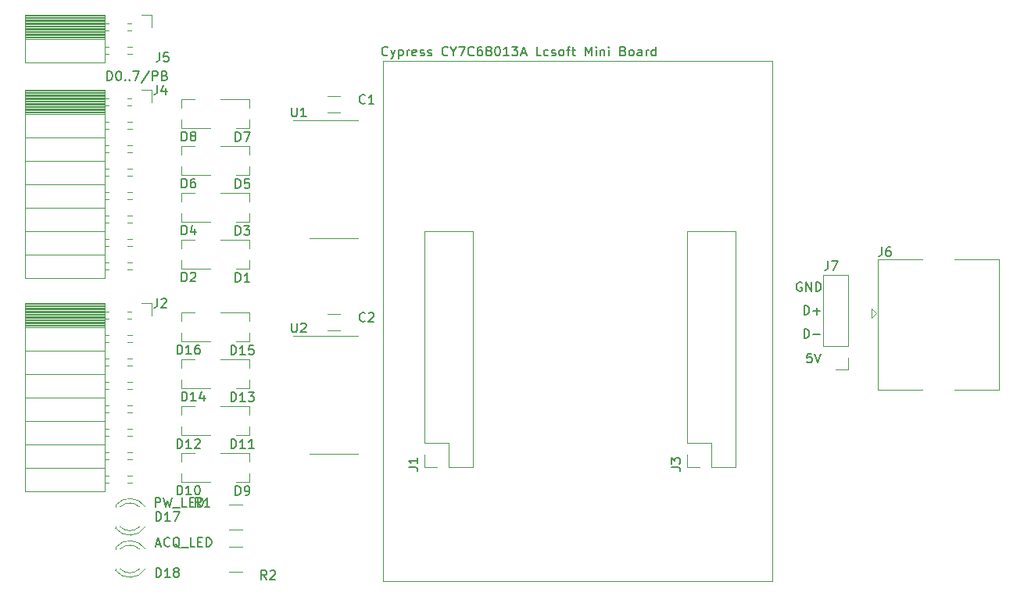
<source format=gto>
G04 #@! TF.GenerationSoftware,KiCad,Pcbnew,(5.1.9)-1*
G04 #@! TF.CreationDate,2021-06-24T21:47:46+02:00*
G04 #@! TF.ProjectId,cypress_inp,63797072-6573-4735-9f69-6e702e6b6963,1.0*
G04 #@! TF.SameCoordinates,Original*
G04 #@! TF.FileFunction,Legend,Top*
G04 #@! TF.FilePolarity,Positive*
%FSLAX46Y46*%
G04 Gerber Fmt 4.6, Leading zero omitted, Abs format (unit mm)*
G04 Created by KiCad (PCBNEW (5.1.9)-1) date 2021-06-24 21:47:46*
%MOMM*%
%LPD*%
G01*
G04 APERTURE LIST*
%ADD10C,0.150000*%
%ADD11C,0.120000*%
%ADD12C,1.800000*%
%ADD13R,1.800000X1.800000*%
%ADD14R,1.900000X0.800000*%
%ADD15O,1.700000X1.700000*%
%ADD16R,1.700000X1.700000*%
%ADD17C,1.400000*%
%ADD18C,3.000000*%
%ADD19R,1.400000X1.400000*%
G04 APERTURE END LIST*
D10*
X64818000Y-127674666D02*
X65294190Y-127674666D01*
X64722761Y-127960380D02*
X65056095Y-126960380D01*
X65389428Y-127960380D01*
X66294190Y-127865142D02*
X66246571Y-127912761D01*
X66103714Y-127960380D01*
X66008476Y-127960380D01*
X65865619Y-127912761D01*
X65770380Y-127817523D01*
X65722761Y-127722285D01*
X65675142Y-127531809D01*
X65675142Y-127388952D01*
X65722761Y-127198476D01*
X65770380Y-127103238D01*
X65865619Y-127008000D01*
X66008476Y-126960380D01*
X66103714Y-126960380D01*
X66246571Y-127008000D01*
X66294190Y-127055619D01*
X67389428Y-128055619D02*
X67294190Y-128008000D01*
X67198952Y-127912761D01*
X67056095Y-127769904D01*
X66960857Y-127722285D01*
X66865619Y-127722285D01*
X66913238Y-127960380D02*
X66818000Y-127912761D01*
X66722761Y-127817523D01*
X66675142Y-127627047D01*
X66675142Y-127293714D01*
X66722761Y-127103238D01*
X66818000Y-127008000D01*
X66913238Y-126960380D01*
X67103714Y-126960380D01*
X67198952Y-127008000D01*
X67294190Y-127103238D01*
X67341809Y-127293714D01*
X67341809Y-127627047D01*
X67294190Y-127817523D01*
X67198952Y-127912761D01*
X67103714Y-127960380D01*
X66913238Y-127960380D01*
X67532285Y-128055619D02*
X68294190Y-128055619D01*
X69008476Y-127960380D02*
X68532285Y-127960380D01*
X68532285Y-126960380D01*
X69341809Y-127436571D02*
X69675142Y-127436571D01*
X69818000Y-127960380D02*
X69341809Y-127960380D01*
X69341809Y-126960380D01*
X69818000Y-126960380D01*
X70246571Y-127960380D02*
X70246571Y-126960380D01*
X70484666Y-126960380D01*
X70627523Y-127008000D01*
X70722761Y-127103238D01*
X70770380Y-127198476D01*
X70818000Y-127388952D01*
X70818000Y-127531809D01*
X70770380Y-127722285D01*
X70722761Y-127817523D01*
X70627523Y-127912761D01*
X70484666Y-127960380D01*
X70246571Y-127960380D01*
X64738571Y-123642380D02*
X64738571Y-122642380D01*
X65119523Y-122642380D01*
X65214761Y-122690000D01*
X65262380Y-122737619D01*
X65310000Y-122832857D01*
X65310000Y-122975714D01*
X65262380Y-123070952D01*
X65214761Y-123118571D01*
X65119523Y-123166190D01*
X64738571Y-123166190D01*
X65643333Y-122642380D02*
X65881428Y-123642380D01*
X66071904Y-122928095D01*
X66262380Y-123642380D01*
X66500476Y-122642380D01*
X66643333Y-123737619D02*
X67405238Y-123737619D01*
X68119523Y-123642380D02*
X67643333Y-123642380D01*
X67643333Y-122642380D01*
X68452857Y-123118571D02*
X68786190Y-123118571D01*
X68929047Y-123642380D02*
X68452857Y-123642380D01*
X68452857Y-122642380D01*
X68929047Y-122642380D01*
X69357619Y-123642380D02*
X69357619Y-122642380D01*
X69595714Y-122642380D01*
X69738571Y-122690000D01*
X69833809Y-122785238D01*
X69881428Y-122880476D01*
X69929047Y-123070952D01*
X69929047Y-123213809D01*
X69881428Y-123404285D01*
X69833809Y-123499523D01*
X69738571Y-123594761D01*
X69595714Y-123642380D01*
X69357619Y-123642380D01*
X59523714Y-77414380D02*
X59523714Y-76414380D01*
X59761809Y-76414380D01*
X59904666Y-76462000D01*
X59999904Y-76557238D01*
X60047523Y-76652476D01*
X60095142Y-76842952D01*
X60095142Y-76985809D01*
X60047523Y-77176285D01*
X59999904Y-77271523D01*
X59904666Y-77366761D01*
X59761809Y-77414380D01*
X59523714Y-77414380D01*
X60714190Y-76414380D02*
X60809428Y-76414380D01*
X60904666Y-76462000D01*
X60952285Y-76509619D01*
X60999904Y-76604857D01*
X61047523Y-76795333D01*
X61047523Y-77033428D01*
X60999904Y-77223904D01*
X60952285Y-77319142D01*
X60904666Y-77366761D01*
X60809428Y-77414380D01*
X60714190Y-77414380D01*
X60618952Y-77366761D01*
X60571333Y-77319142D01*
X60523714Y-77223904D01*
X60476095Y-77033428D01*
X60476095Y-76795333D01*
X60523714Y-76604857D01*
X60571333Y-76509619D01*
X60618952Y-76462000D01*
X60714190Y-76414380D01*
X61476095Y-77319142D02*
X61523714Y-77366761D01*
X61476095Y-77414380D01*
X61428476Y-77366761D01*
X61476095Y-77319142D01*
X61476095Y-77414380D01*
X61952285Y-77319142D02*
X61999904Y-77366761D01*
X61952285Y-77414380D01*
X61904666Y-77366761D01*
X61952285Y-77319142D01*
X61952285Y-77414380D01*
X62333238Y-76414380D02*
X62999904Y-76414380D01*
X62571333Y-77414380D01*
X64095142Y-76366761D02*
X63238000Y-77652476D01*
X64428476Y-77414380D02*
X64428476Y-76414380D01*
X64809428Y-76414380D01*
X64904666Y-76462000D01*
X64952285Y-76509619D01*
X64999904Y-76604857D01*
X64999904Y-76747714D01*
X64952285Y-76842952D01*
X64904666Y-76890571D01*
X64809428Y-76938190D01*
X64428476Y-76938190D01*
X65761809Y-76890571D02*
X65904666Y-76938190D01*
X65952285Y-76985809D01*
X65999904Y-77081047D01*
X65999904Y-77223904D01*
X65952285Y-77319142D01*
X65904666Y-77366761D01*
X65809428Y-77414380D01*
X65428476Y-77414380D01*
X65428476Y-76414380D01*
X65761809Y-76414380D01*
X65857047Y-76462000D01*
X65904666Y-76509619D01*
X65952285Y-76604857D01*
X65952285Y-76700095D01*
X65904666Y-76795333D01*
X65857047Y-76842952D01*
X65761809Y-76890571D01*
X65428476Y-76890571D01*
X135826523Y-107021380D02*
X135350333Y-107021380D01*
X135302714Y-107497571D01*
X135350333Y-107449952D01*
X135445571Y-107402333D01*
X135683666Y-107402333D01*
X135778904Y-107449952D01*
X135826523Y-107497571D01*
X135874142Y-107592809D01*
X135874142Y-107830904D01*
X135826523Y-107926142D01*
X135778904Y-107973761D01*
X135683666Y-108021380D01*
X135445571Y-108021380D01*
X135350333Y-107973761D01*
X135302714Y-107926142D01*
X136159857Y-107021380D02*
X136493190Y-108021380D01*
X136826523Y-107021380D01*
X135009047Y-105354380D02*
X135009047Y-104354380D01*
X135247142Y-104354380D01*
X135390000Y-104402000D01*
X135485238Y-104497238D01*
X135532857Y-104592476D01*
X135580476Y-104782952D01*
X135580476Y-104925809D01*
X135532857Y-105116285D01*
X135485238Y-105211523D01*
X135390000Y-105306761D01*
X135247142Y-105354380D01*
X135009047Y-105354380D01*
X136009047Y-104973428D02*
X136770952Y-104973428D01*
X135009047Y-102814380D02*
X135009047Y-101814380D01*
X135247142Y-101814380D01*
X135390000Y-101862000D01*
X135485238Y-101957238D01*
X135532857Y-102052476D01*
X135580476Y-102242952D01*
X135580476Y-102385809D01*
X135532857Y-102576285D01*
X135485238Y-102671523D01*
X135390000Y-102766761D01*
X135247142Y-102814380D01*
X135009047Y-102814380D01*
X136009047Y-102433428D02*
X136770952Y-102433428D01*
X136390000Y-102814380D02*
X136390000Y-102052476D01*
X134747095Y-99322000D02*
X134651857Y-99274380D01*
X134509000Y-99274380D01*
X134366142Y-99322000D01*
X134270904Y-99417238D01*
X134223285Y-99512476D01*
X134175666Y-99702952D01*
X134175666Y-99845809D01*
X134223285Y-100036285D01*
X134270904Y-100131523D01*
X134366142Y-100226761D01*
X134509000Y-100274380D01*
X134604238Y-100274380D01*
X134747095Y-100226761D01*
X134794714Y-100179142D01*
X134794714Y-99845809D01*
X134604238Y-99845809D01*
X135223285Y-100274380D02*
X135223285Y-99274380D01*
X135794714Y-100274380D01*
X135794714Y-99274380D01*
X136270904Y-100274380D02*
X136270904Y-99274380D01*
X136509000Y-99274380D01*
X136651857Y-99322000D01*
X136747095Y-99417238D01*
X136794714Y-99512476D01*
X136842333Y-99702952D01*
X136842333Y-99845809D01*
X136794714Y-100036285D01*
X136747095Y-100131523D01*
X136651857Y-100226761D01*
X136509000Y-100274380D01*
X136270904Y-100274380D01*
X89901904Y-74652142D02*
X89854285Y-74699761D01*
X89711428Y-74747380D01*
X89616190Y-74747380D01*
X89473333Y-74699761D01*
X89378095Y-74604523D01*
X89330476Y-74509285D01*
X89282857Y-74318809D01*
X89282857Y-74175952D01*
X89330476Y-73985476D01*
X89378095Y-73890238D01*
X89473333Y-73795000D01*
X89616190Y-73747380D01*
X89711428Y-73747380D01*
X89854285Y-73795000D01*
X89901904Y-73842619D01*
X90235238Y-74080714D02*
X90473333Y-74747380D01*
X90711428Y-74080714D02*
X90473333Y-74747380D01*
X90378095Y-74985476D01*
X90330476Y-75033095D01*
X90235238Y-75080714D01*
X91092380Y-74080714D02*
X91092380Y-75080714D01*
X91092380Y-74128333D02*
X91187619Y-74080714D01*
X91378095Y-74080714D01*
X91473333Y-74128333D01*
X91520952Y-74175952D01*
X91568571Y-74271190D01*
X91568571Y-74556904D01*
X91520952Y-74652142D01*
X91473333Y-74699761D01*
X91378095Y-74747380D01*
X91187619Y-74747380D01*
X91092380Y-74699761D01*
X91997142Y-74747380D02*
X91997142Y-74080714D01*
X91997142Y-74271190D02*
X92044761Y-74175952D01*
X92092380Y-74128333D01*
X92187619Y-74080714D01*
X92282857Y-74080714D01*
X92997142Y-74699761D02*
X92901904Y-74747380D01*
X92711428Y-74747380D01*
X92616190Y-74699761D01*
X92568571Y-74604523D01*
X92568571Y-74223571D01*
X92616190Y-74128333D01*
X92711428Y-74080714D01*
X92901904Y-74080714D01*
X92997142Y-74128333D01*
X93044761Y-74223571D01*
X93044761Y-74318809D01*
X92568571Y-74414047D01*
X93425714Y-74699761D02*
X93520952Y-74747380D01*
X93711428Y-74747380D01*
X93806666Y-74699761D01*
X93854285Y-74604523D01*
X93854285Y-74556904D01*
X93806666Y-74461666D01*
X93711428Y-74414047D01*
X93568571Y-74414047D01*
X93473333Y-74366428D01*
X93425714Y-74271190D01*
X93425714Y-74223571D01*
X93473333Y-74128333D01*
X93568571Y-74080714D01*
X93711428Y-74080714D01*
X93806666Y-74128333D01*
X94235238Y-74699761D02*
X94330476Y-74747380D01*
X94520952Y-74747380D01*
X94616190Y-74699761D01*
X94663809Y-74604523D01*
X94663809Y-74556904D01*
X94616190Y-74461666D01*
X94520952Y-74414047D01*
X94378095Y-74414047D01*
X94282857Y-74366428D01*
X94235238Y-74271190D01*
X94235238Y-74223571D01*
X94282857Y-74128333D01*
X94378095Y-74080714D01*
X94520952Y-74080714D01*
X94616190Y-74128333D01*
X96425714Y-74652142D02*
X96378095Y-74699761D01*
X96235238Y-74747380D01*
X96140000Y-74747380D01*
X95997142Y-74699761D01*
X95901904Y-74604523D01*
X95854285Y-74509285D01*
X95806666Y-74318809D01*
X95806666Y-74175952D01*
X95854285Y-73985476D01*
X95901904Y-73890238D01*
X95997142Y-73795000D01*
X96140000Y-73747380D01*
X96235238Y-73747380D01*
X96378095Y-73795000D01*
X96425714Y-73842619D01*
X97044761Y-74271190D02*
X97044761Y-74747380D01*
X96711428Y-73747380D02*
X97044761Y-74271190D01*
X97378095Y-73747380D01*
X97616190Y-73747380D02*
X98282857Y-73747380D01*
X97854285Y-74747380D01*
X99235238Y-74652142D02*
X99187619Y-74699761D01*
X99044761Y-74747380D01*
X98949523Y-74747380D01*
X98806666Y-74699761D01*
X98711428Y-74604523D01*
X98663809Y-74509285D01*
X98616190Y-74318809D01*
X98616190Y-74175952D01*
X98663809Y-73985476D01*
X98711428Y-73890238D01*
X98806666Y-73795000D01*
X98949523Y-73747380D01*
X99044761Y-73747380D01*
X99187619Y-73795000D01*
X99235238Y-73842619D01*
X100092380Y-73747380D02*
X99901904Y-73747380D01*
X99806666Y-73795000D01*
X99759047Y-73842619D01*
X99663809Y-73985476D01*
X99616190Y-74175952D01*
X99616190Y-74556904D01*
X99663809Y-74652142D01*
X99711428Y-74699761D01*
X99806666Y-74747380D01*
X99997142Y-74747380D01*
X100092380Y-74699761D01*
X100140000Y-74652142D01*
X100187619Y-74556904D01*
X100187619Y-74318809D01*
X100140000Y-74223571D01*
X100092380Y-74175952D01*
X99997142Y-74128333D01*
X99806666Y-74128333D01*
X99711428Y-74175952D01*
X99663809Y-74223571D01*
X99616190Y-74318809D01*
X100759047Y-74175952D02*
X100663809Y-74128333D01*
X100616190Y-74080714D01*
X100568571Y-73985476D01*
X100568571Y-73937857D01*
X100616190Y-73842619D01*
X100663809Y-73795000D01*
X100759047Y-73747380D01*
X100949523Y-73747380D01*
X101044761Y-73795000D01*
X101092380Y-73842619D01*
X101140000Y-73937857D01*
X101140000Y-73985476D01*
X101092380Y-74080714D01*
X101044761Y-74128333D01*
X100949523Y-74175952D01*
X100759047Y-74175952D01*
X100663809Y-74223571D01*
X100616190Y-74271190D01*
X100568571Y-74366428D01*
X100568571Y-74556904D01*
X100616190Y-74652142D01*
X100663809Y-74699761D01*
X100759047Y-74747380D01*
X100949523Y-74747380D01*
X101044761Y-74699761D01*
X101092380Y-74652142D01*
X101140000Y-74556904D01*
X101140000Y-74366428D01*
X101092380Y-74271190D01*
X101044761Y-74223571D01*
X100949523Y-74175952D01*
X101759047Y-73747380D02*
X101854285Y-73747380D01*
X101949523Y-73795000D01*
X101997142Y-73842619D01*
X102044761Y-73937857D01*
X102092380Y-74128333D01*
X102092380Y-74366428D01*
X102044761Y-74556904D01*
X101997142Y-74652142D01*
X101949523Y-74699761D01*
X101854285Y-74747380D01*
X101759047Y-74747380D01*
X101663809Y-74699761D01*
X101616190Y-74652142D01*
X101568571Y-74556904D01*
X101520952Y-74366428D01*
X101520952Y-74128333D01*
X101568571Y-73937857D01*
X101616190Y-73842619D01*
X101663809Y-73795000D01*
X101759047Y-73747380D01*
X103044761Y-74747380D02*
X102473333Y-74747380D01*
X102759047Y-74747380D02*
X102759047Y-73747380D01*
X102663809Y-73890238D01*
X102568571Y-73985476D01*
X102473333Y-74033095D01*
X103378095Y-73747380D02*
X103997142Y-73747380D01*
X103663809Y-74128333D01*
X103806666Y-74128333D01*
X103901904Y-74175952D01*
X103949523Y-74223571D01*
X103997142Y-74318809D01*
X103997142Y-74556904D01*
X103949523Y-74652142D01*
X103901904Y-74699761D01*
X103806666Y-74747380D01*
X103520952Y-74747380D01*
X103425714Y-74699761D01*
X103378095Y-74652142D01*
X104378095Y-74461666D02*
X104854285Y-74461666D01*
X104282857Y-74747380D02*
X104616190Y-73747380D01*
X104949523Y-74747380D01*
X106520952Y-74747380D02*
X106044761Y-74747380D01*
X106044761Y-73747380D01*
X107282857Y-74699761D02*
X107187619Y-74747380D01*
X106997142Y-74747380D01*
X106901904Y-74699761D01*
X106854285Y-74652142D01*
X106806666Y-74556904D01*
X106806666Y-74271190D01*
X106854285Y-74175952D01*
X106901904Y-74128333D01*
X106997142Y-74080714D01*
X107187619Y-74080714D01*
X107282857Y-74128333D01*
X107663809Y-74699761D02*
X107759047Y-74747380D01*
X107949523Y-74747380D01*
X108044761Y-74699761D01*
X108092380Y-74604523D01*
X108092380Y-74556904D01*
X108044761Y-74461666D01*
X107949523Y-74414047D01*
X107806666Y-74414047D01*
X107711428Y-74366428D01*
X107663809Y-74271190D01*
X107663809Y-74223571D01*
X107711428Y-74128333D01*
X107806666Y-74080714D01*
X107949523Y-74080714D01*
X108044761Y-74128333D01*
X108663809Y-74747380D02*
X108568571Y-74699761D01*
X108520952Y-74652142D01*
X108473333Y-74556904D01*
X108473333Y-74271190D01*
X108520952Y-74175952D01*
X108568571Y-74128333D01*
X108663809Y-74080714D01*
X108806666Y-74080714D01*
X108901904Y-74128333D01*
X108949523Y-74175952D01*
X108997142Y-74271190D01*
X108997142Y-74556904D01*
X108949523Y-74652142D01*
X108901904Y-74699761D01*
X108806666Y-74747380D01*
X108663809Y-74747380D01*
X109282857Y-74080714D02*
X109663809Y-74080714D01*
X109425714Y-74747380D02*
X109425714Y-73890238D01*
X109473333Y-73795000D01*
X109568571Y-73747380D01*
X109663809Y-73747380D01*
X109854285Y-74080714D02*
X110235238Y-74080714D01*
X109997142Y-73747380D02*
X109997142Y-74604523D01*
X110044761Y-74699761D01*
X110140000Y-74747380D01*
X110235238Y-74747380D01*
X111330476Y-74747380D02*
X111330476Y-73747380D01*
X111663809Y-74461666D01*
X111997142Y-73747380D01*
X111997142Y-74747380D01*
X112473333Y-74747380D02*
X112473333Y-74080714D01*
X112473333Y-73747380D02*
X112425714Y-73795000D01*
X112473333Y-73842619D01*
X112520952Y-73795000D01*
X112473333Y-73747380D01*
X112473333Y-73842619D01*
X112949523Y-74080714D02*
X112949523Y-74747380D01*
X112949523Y-74175952D02*
X112997142Y-74128333D01*
X113092380Y-74080714D01*
X113235238Y-74080714D01*
X113330476Y-74128333D01*
X113378095Y-74223571D01*
X113378095Y-74747380D01*
X113854285Y-74747380D02*
X113854285Y-74080714D01*
X113854285Y-73747380D02*
X113806666Y-73795000D01*
X113854285Y-73842619D01*
X113901904Y-73795000D01*
X113854285Y-73747380D01*
X113854285Y-73842619D01*
X115425714Y-74223571D02*
X115568571Y-74271190D01*
X115616190Y-74318809D01*
X115663809Y-74414047D01*
X115663809Y-74556904D01*
X115616190Y-74652142D01*
X115568571Y-74699761D01*
X115473333Y-74747380D01*
X115092380Y-74747380D01*
X115092380Y-73747380D01*
X115425714Y-73747380D01*
X115520952Y-73795000D01*
X115568571Y-73842619D01*
X115616190Y-73937857D01*
X115616190Y-74033095D01*
X115568571Y-74128333D01*
X115520952Y-74175952D01*
X115425714Y-74223571D01*
X115092380Y-74223571D01*
X116235238Y-74747380D02*
X116140000Y-74699761D01*
X116092380Y-74652142D01*
X116044761Y-74556904D01*
X116044761Y-74271190D01*
X116092380Y-74175952D01*
X116140000Y-74128333D01*
X116235238Y-74080714D01*
X116378095Y-74080714D01*
X116473333Y-74128333D01*
X116520952Y-74175952D01*
X116568571Y-74271190D01*
X116568571Y-74556904D01*
X116520952Y-74652142D01*
X116473333Y-74699761D01*
X116378095Y-74747380D01*
X116235238Y-74747380D01*
X117425714Y-74747380D02*
X117425714Y-74223571D01*
X117378095Y-74128333D01*
X117282857Y-74080714D01*
X117092380Y-74080714D01*
X116997142Y-74128333D01*
X117425714Y-74699761D02*
X117330476Y-74747380D01*
X117092380Y-74747380D01*
X116997142Y-74699761D01*
X116949523Y-74604523D01*
X116949523Y-74509285D01*
X116997142Y-74414047D01*
X117092380Y-74366428D01*
X117330476Y-74366428D01*
X117425714Y-74318809D01*
X117901904Y-74747380D02*
X117901904Y-74080714D01*
X117901904Y-74271190D02*
X117949523Y-74175952D01*
X117997142Y-74128333D01*
X118092380Y-74080714D01*
X118187619Y-74080714D01*
X118949523Y-74747380D02*
X118949523Y-73747380D01*
X118949523Y-74699761D02*
X118854285Y-74747380D01*
X118663809Y-74747380D01*
X118568571Y-74699761D01*
X118520952Y-74652142D01*
X118473333Y-74556904D01*
X118473333Y-74271190D01*
X118520952Y-74175952D01*
X118568571Y-74128333D01*
X118663809Y-74080714D01*
X118854285Y-74080714D01*
X118949523Y-74128333D01*
D11*
X131572000Y-75311000D02*
X99568000Y-75311000D01*
X131572000Y-131699000D02*
X131572000Y-75311000D01*
X89408000Y-131699000D02*
X131572000Y-131699000D01*
X89408000Y-75311000D02*
X89408000Y-131699000D01*
X99568000Y-75311000D02*
X89408000Y-75311000D01*
X74129737Y-126069000D02*
X72682263Y-126069000D01*
X74129737Y-123359000D02*
X72682263Y-123359000D01*
X60416000Y-128050000D02*
X60416000Y-128206000D01*
X60416000Y-130366000D02*
X60416000Y-130522000D01*
X63017130Y-130365837D02*
G75*
G02*
X60935039Y-130366000I-1041130J1079837D01*
G01*
X63017130Y-128206163D02*
G75*
G03*
X60935039Y-128206000I-1041130J-1079837D01*
G01*
X63648335Y-130364608D02*
G75*
G02*
X60416000Y-130521516I-1672335J1078608D01*
G01*
X63648335Y-128207392D02*
G75*
G03*
X60416000Y-128050484I-1672335J-1078608D01*
G01*
X60416000Y-123478000D02*
X60416000Y-123634000D01*
X60416000Y-125794000D02*
X60416000Y-125950000D01*
X63017130Y-125793837D02*
G75*
G02*
X60935039Y-125794000I-1041130J1079837D01*
G01*
X63017130Y-123634163D02*
G75*
G03*
X60935039Y-123634000I-1041130J-1079837D01*
G01*
X63648335Y-125792608D02*
G75*
G02*
X60416000Y-125949516I-1672335J1078608D01*
G01*
X63648335Y-123635392D02*
G75*
G03*
X60416000Y-123478484I-1672335J-1078608D01*
G01*
X74129737Y-130641000D02*
X72682263Y-130641000D01*
X74129737Y-127931000D02*
X72682263Y-127931000D01*
X67566000Y-102560000D02*
X67566000Y-103490000D01*
X67566000Y-105720000D02*
X67566000Y-104790000D01*
X67566000Y-105720000D02*
X70726000Y-105720000D01*
X67566000Y-102560000D02*
X69026000Y-102560000D01*
X74928000Y-105720000D02*
X74928000Y-104790000D01*
X74928000Y-102560000D02*
X74928000Y-103490000D01*
X74928000Y-102560000D02*
X71768000Y-102560000D01*
X74928000Y-105720000D02*
X73468000Y-105720000D01*
X67566000Y-107640000D02*
X67566000Y-108570000D01*
X67566000Y-110800000D02*
X67566000Y-109870000D01*
X67566000Y-110800000D02*
X70726000Y-110800000D01*
X67566000Y-107640000D02*
X69026000Y-107640000D01*
X74928000Y-110800000D02*
X74928000Y-109870000D01*
X74928000Y-107640000D02*
X74928000Y-108570000D01*
X74928000Y-107640000D02*
X71768000Y-107640000D01*
X74928000Y-110800000D02*
X73468000Y-110800000D01*
X67566000Y-112720000D02*
X67566000Y-113650000D01*
X67566000Y-115880000D02*
X67566000Y-114950000D01*
X67566000Y-115880000D02*
X70726000Y-115880000D01*
X67566000Y-112720000D02*
X69026000Y-112720000D01*
X74928000Y-115880000D02*
X74928000Y-114950000D01*
X74928000Y-112720000D02*
X74928000Y-113650000D01*
X74928000Y-112720000D02*
X71768000Y-112720000D01*
X74928000Y-115880000D02*
X73468000Y-115880000D01*
X67566000Y-117800000D02*
X67566000Y-118730000D01*
X67566000Y-120960000D02*
X67566000Y-120030000D01*
X67566000Y-120960000D02*
X70726000Y-120960000D01*
X67566000Y-117800000D02*
X69026000Y-117800000D01*
X74928000Y-120960000D02*
X74928000Y-120030000D01*
X74928000Y-117800000D02*
X74928000Y-118730000D01*
X74928000Y-117800000D02*
X71768000Y-117800000D01*
X74928000Y-120960000D02*
X73468000Y-120960000D01*
X84785252Y-104542000D02*
X83362748Y-104542000D01*
X84785252Y-102722000D02*
X83362748Y-102722000D01*
X84785252Y-80920000D02*
X83362748Y-80920000D01*
X84785252Y-79100000D02*
X83362748Y-79100000D01*
X99120000Y-119313000D02*
X96520000Y-119313000D01*
X99120000Y-119313000D02*
X99120000Y-93793000D01*
X99120000Y-93793000D02*
X93920000Y-93793000D01*
X93920000Y-116713000D02*
X93920000Y-93793000D01*
X96520000Y-116713000D02*
X93920000Y-116713000D01*
X96520000Y-119313000D02*
X96520000Y-116713000D01*
X93920000Y-119313000D02*
X93920000Y-117983000D01*
X95250000Y-119313000D02*
X93920000Y-119313000D01*
X84074000Y-117916000D02*
X86724000Y-117916000D01*
X84074000Y-117916000D02*
X81424000Y-117916000D01*
X84074000Y-105096000D02*
X86724000Y-105096000D01*
X84074000Y-105096000D02*
X79624000Y-105096000D01*
X84074000Y-94548000D02*
X86724000Y-94548000D01*
X84074000Y-94548000D02*
X81424000Y-94548000D01*
X84074000Y-81728000D02*
X86724000Y-81728000D01*
X84074000Y-81728000D02*
X79624000Y-81728000D01*
X67566000Y-79446000D02*
X69026000Y-79446000D01*
X67566000Y-82606000D02*
X70726000Y-82606000D01*
X67566000Y-82606000D02*
X67566000Y-81676000D01*
X67566000Y-79446000D02*
X67566000Y-80376000D01*
X74928000Y-82606000D02*
X73468000Y-82606000D01*
X74928000Y-79446000D02*
X71768000Y-79446000D01*
X74928000Y-79446000D02*
X74928000Y-80376000D01*
X74928000Y-82606000D02*
X74928000Y-81676000D01*
X67566000Y-84526000D02*
X69026000Y-84526000D01*
X67566000Y-87686000D02*
X70726000Y-87686000D01*
X67566000Y-87686000D02*
X67566000Y-86756000D01*
X67566000Y-84526000D02*
X67566000Y-85456000D01*
X74928000Y-87686000D02*
X73468000Y-87686000D01*
X74928000Y-84526000D02*
X71768000Y-84526000D01*
X74928000Y-84526000D02*
X74928000Y-85456000D01*
X74928000Y-87686000D02*
X74928000Y-86756000D01*
X67566000Y-89606000D02*
X69026000Y-89606000D01*
X67566000Y-92766000D02*
X70726000Y-92766000D01*
X67566000Y-92766000D02*
X67566000Y-91836000D01*
X67566000Y-89606000D02*
X67566000Y-90536000D01*
X74928000Y-92766000D02*
X73468000Y-92766000D01*
X74928000Y-89606000D02*
X71768000Y-89606000D01*
X74928000Y-89606000D02*
X74928000Y-90536000D01*
X74928000Y-92766000D02*
X74928000Y-91836000D01*
X67566000Y-94686000D02*
X69026000Y-94686000D01*
X67566000Y-97846000D02*
X70726000Y-97846000D01*
X67566000Y-97846000D02*
X67566000Y-96916000D01*
X67566000Y-94686000D02*
X67566000Y-95616000D01*
X74928000Y-97846000D02*
X73468000Y-97846000D01*
X74928000Y-94686000D02*
X71768000Y-94686000D01*
X74928000Y-94686000D02*
X74928000Y-95616000D01*
X74928000Y-97846000D02*
X74928000Y-96916000D01*
X127568000Y-119313000D02*
X124968000Y-119313000D01*
X127568000Y-119313000D02*
X127568000Y-93793000D01*
X127568000Y-93793000D02*
X122368000Y-93793000D01*
X122368000Y-116713000D02*
X122368000Y-93793000D01*
X124968000Y-116713000D02*
X122368000Y-116713000D01*
X124968000Y-119313000D02*
X124968000Y-116713000D01*
X122368000Y-119313000D02*
X122368000Y-117983000D01*
X123698000Y-119313000D02*
X122368000Y-119313000D01*
X147812000Y-110916000D02*
X143012000Y-110916000D01*
X156112000Y-110916000D02*
X151312000Y-110916000D01*
X156112000Y-96816000D02*
X156112000Y-110916000D01*
X151312000Y-96816000D02*
X156112000Y-96816000D01*
X143012000Y-96816000D02*
X147812000Y-96816000D01*
X143012000Y-110916000D02*
X143012000Y-96816000D01*
X142312000Y-103116000D02*
X142812000Y-102616000D01*
X142312000Y-102116000D02*
X142312000Y-103116000D01*
X142812000Y-102616000D02*
X142312000Y-102116000D01*
X139760000Y-98492000D02*
X137100000Y-98492000D01*
X139760000Y-106172000D02*
X139760000Y-98492000D01*
X137100000Y-106172000D02*
X137100000Y-98492000D01*
X139760000Y-106172000D02*
X137100000Y-106172000D01*
X139760000Y-107442000D02*
X139760000Y-108772000D01*
X139760000Y-108772000D02*
X138430000Y-108772000D01*
X50616000Y-70418000D02*
X59246000Y-70418000D01*
X50616000Y-70536095D02*
X59246000Y-70536095D01*
X50616000Y-70654190D02*
X59246000Y-70654190D01*
X50616000Y-70772285D02*
X59246000Y-70772285D01*
X50616000Y-70890380D02*
X59246000Y-70890380D01*
X50616000Y-71008475D02*
X59246000Y-71008475D01*
X50616000Y-71126570D02*
X59246000Y-71126570D01*
X50616000Y-71244665D02*
X59246000Y-71244665D01*
X50616000Y-71362760D02*
X59246000Y-71362760D01*
X50616000Y-71480855D02*
X59246000Y-71480855D01*
X50616000Y-71598950D02*
X59246000Y-71598950D01*
X50616000Y-71717045D02*
X59246000Y-71717045D01*
X50616000Y-71835140D02*
X59246000Y-71835140D01*
X50616000Y-71953235D02*
X59246000Y-71953235D01*
X50616000Y-72071330D02*
X59246000Y-72071330D01*
X50616000Y-72189425D02*
X59246000Y-72189425D01*
X50616000Y-72307520D02*
X59246000Y-72307520D01*
X50616000Y-72425615D02*
X59246000Y-72425615D01*
X50616000Y-72543710D02*
X59246000Y-72543710D01*
X50616000Y-72661805D02*
X59246000Y-72661805D01*
X50616000Y-72779900D02*
X59246000Y-72779900D01*
X59246000Y-71268000D02*
X59656000Y-71268000D01*
X61756000Y-71268000D02*
X62136000Y-71268000D01*
X59246000Y-71988000D02*
X59656000Y-71988000D01*
X61756000Y-71988000D02*
X62136000Y-71988000D01*
X59246000Y-73808000D02*
X59656000Y-73808000D01*
X61756000Y-73808000D02*
X62196000Y-73808000D01*
X59246000Y-74528000D02*
X59656000Y-74528000D01*
X61756000Y-74528000D02*
X62196000Y-74528000D01*
X50616000Y-72898000D02*
X59246000Y-72898000D01*
X50616000Y-70298000D02*
X59246000Y-70298000D01*
X59246000Y-70298000D02*
X59246000Y-75498000D01*
X50616000Y-75498000D02*
X59246000Y-75498000D01*
X50616000Y-70298000D02*
X50616000Y-75498000D01*
X64356000Y-70298000D02*
X64356000Y-71628000D01*
X63246000Y-70298000D02*
X64356000Y-70298000D01*
X50616000Y-78546000D02*
X59246000Y-78546000D01*
X50616000Y-78664095D02*
X59246000Y-78664095D01*
X50616000Y-78782190D02*
X59246000Y-78782190D01*
X50616000Y-78900285D02*
X59246000Y-78900285D01*
X50616000Y-79018380D02*
X59246000Y-79018380D01*
X50616000Y-79136475D02*
X59246000Y-79136475D01*
X50616000Y-79254570D02*
X59246000Y-79254570D01*
X50616000Y-79372665D02*
X59246000Y-79372665D01*
X50616000Y-79490760D02*
X59246000Y-79490760D01*
X50616000Y-79608855D02*
X59246000Y-79608855D01*
X50616000Y-79726950D02*
X59246000Y-79726950D01*
X50616000Y-79845045D02*
X59246000Y-79845045D01*
X50616000Y-79963140D02*
X59246000Y-79963140D01*
X50616000Y-80081235D02*
X59246000Y-80081235D01*
X50616000Y-80199330D02*
X59246000Y-80199330D01*
X50616000Y-80317425D02*
X59246000Y-80317425D01*
X50616000Y-80435520D02*
X59246000Y-80435520D01*
X50616000Y-80553615D02*
X59246000Y-80553615D01*
X50616000Y-80671710D02*
X59246000Y-80671710D01*
X50616000Y-80789805D02*
X59246000Y-80789805D01*
X50616000Y-80907900D02*
X59246000Y-80907900D01*
X59246000Y-79396000D02*
X59656000Y-79396000D01*
X61756000Y-79396000D02*
X62136000Y-79396000D01*
X59246000Y-80116000D02*
X59656000Y-80116000D01*
X61756000Y-80116000D02*
X62136000Y-80116000D01*
X59246000Y-81936000D02*
X59656000Y-81936000D01*
X61756000Y-81936000D02*
X62196000Y-81936000D01*
X59246000Y-82656000D02*
X59656000Y-82656000D01*
X61756000Y-82656000D02*
X62196000Y-82656000D01*
X59246000Y-84476000D02*
X59656000Y-84476000D01*
X61756000Y-84476000D02*
X62196000Y-84476000D01*
X59246000Y-85196000D02*
X59656000Y-85196000D01*
X61756000Y-85196000D02*
X62196000Y-85196000D01*
X59246000Y-87016000D02*
X59656000Y-87016000D01*
X61756000Y-87016000D02*
X62196000Y-87016000D01*
X59246000Y-87736000D02*
X59656000Y-87736000D01*
X61756000Y-87736000D02*
X62196000Y-87736000D01*
X59246000Y-89556000D02*
X59656000Y-89556000D01*
X61756000Y-89556000D02*
X62196000Y-89556000D01*
X59246000Y-90276000D02*
X59656000Y-90276000D01*
X61756000Y-90276000D02*
X62196000Y-90276000D01*
X59246000Y-92096000D02*
X59656000Y-92096000D01*
X61756000Y-92096000D02*
X62196000Y-92096000D01*
X59246000Y-92816000D02*
X59656000Y-92816000D01*
X61756000Y-92816000D02*
X62196000Y-92816000D01*
X59246000Y-94636000D02*
X59656000Y-94636000D01*
X61756000Y-94636000D02*
X62196000Y-94636000D01*
X59246000Y-95356000D02*
X59656000Y-95356000D01*
X61756000Y-95356000D02*
X62196000Y-95356000D01*
X59246000Y-97176000D02*
X59656000Y-97176000D01*
X61756000Y-97176000D02*
X62196000Y-97176000D01*
X59246000Y-97896000D02*
X59656000Y-97896000D01*
X61756000Y-97896000D02*
X62196000Y-97896000D01*
X50616000Y-81026000D02*
X59246000Y-81026000D01*
X50616000Y-83566000D02*
X59246000Y-83566000D01*
X50616000Y-86106000D02*
X59246000Y-86106000D01*
X50616000Y-88646000D02*
X59246000Y-88646000D01*
X50616000Y-91186000D02*
X59246000Y-91186000D01*
X50616000Y-93726000D02*
X59246000Y-93726000D01*
X50616000Y-96266000D02*
X59246000Y-96266000D01*
X50616000Y-78426000D02*
X59246000Y-78426000D01*
X59246000Y-78426000D02*
X59246000Y-98866000D01*
X50616000Y-98866000D02*
X59246000Y-98866000D01*
X50616000Y-78426000D02*
X50616000Y-98866000D01*
X64356000Y-78426000D02*
X64356000Y-79756000D01*
X63246000Y-78426000D02*
X64356000Y-78426000D01*
X50616000Y-101660000D02*
X59246000Y-101660000D01*
X50616000Y-101778095D02*
X59246000Y-101778095D01*
X50616000Y-101896190D02*
X59246000Y-101896190D01*
X50616000Y-102014285D02*
X59246000Y-102014285D01*
X50616000Y-102132380D02*
X59246000Y-102132380D01*
X50616000Y-102250475D02*
X59246000Y-102250475D01*
X50616000Y-102368570D02*
X59246000Y-102368570D01*
X50616000Y-102486665D02*
X59246000Y-102486665D01*
X50616000Y-102604760D02*
X59246000Y-102604760D01*
X50616000Y-102722855D02*
X59246000Y-102722855D01*
X50616000Y-102840950D02*
X59246000Y-102840950D01*
X50616000Y-102959045D02*
X59246000Y-102959045D01*
X50616000Y-103077140D02*
X59246000Y-103077140D01*
X50616000Y-103195235D02*
X59246000Y-103195235D01*
X50616000Y-103313330D02*
X59246000Y-103313330D01*
X50616000Y-103431425D02*
X59246000Y-103431425D01*
X50616000Y-103549520D02*
X59246000Y-103549520D01*
X50616000Y-103667615D02*
X59246000Y-103667615D01*
X50616000Y-103785710D02*
X59246000Y-103785710D01*
X50616000Y-103903805D02*
X59246000Y-103903805D01*
X50616000Y-104021900D02*
X59246000Y-104021900D01*
X59246000Y-102510000D02*
X59656000Y-102510000D01*
X61756000Y-102510000D02*
X62136000Y-102510000D01*
X59246000Y-103230000D02*
X59656000Y-103230000D01*
X61756000Y-103230000D02*
X62136000Y-103230000D01*
X59246000Y-105050000D02*
X59656000Y-105050000D01*
X61756000Y-105050000D02*
X62196000Y-105050000D01*
X59246000Y-105770000D02*
X59656000Y-105770000D01*
X61756000Y-105770000D02*
X62196000Y-105770000D01*
X59246000Y-107590000D02*
X59656000Y-107590000D01*
X61756000Y-107590000D02*
X62196000Y-107590000D01*
X59246000Y-108310000D02*
X59656000Y-108310000D01*
X61756000Y-108310000D02*
X62196000Y-108310000D01*
X59246000Y-110130000D02*
X59656000Y-110130000D01*
X61756000Y-110130000D02*
X62196000Y-110130000D01*
X59246000Y-110850000D02*
X59656000Y-110850000D01*
X61756000Y-110850000D02*
X62196000Y-110850000D01*
X59246000Y-112670000D02*
X59656000Y-112670000D01*
X61756000Y-112670000D02*
X62196000Y-112670000D01*
X59246000Y-113390000D02*
X59656000Y-113390000D01*
X61756000Y-113390000D02*
X62196000Y-113390000D01*
X59246000Y-115210000D02*
X59656000Y-115210000D01*
X61756000Y-115210000D02*
X62196000Y-115210000D01*
X59246000Y-115930000D02*
X59656000Y-115930000D01*
X61756000Y-115930000D02*
X62196000Y-115930000D01*
X59246000Y-117750000D02*
X59656000Y-117750000D01*
X61756000Y-117750000D02*
X62196000Y-117750000D01*
X59246000Y-118470000D02*
X59656000Y-118470000D01*
X61756000Y-118470000D02*
X62196000Y-118470000D01*
X59246000Y-120290000D02*
X59656000Y-120290000D01*
X61756000Y-120290000D02*
X62196000Y-120290000D01*
X59246000Y-121010000D02*
X59656000Y-121010000D01*
X61756000Y-121010000D02*
X62196000Y-121010000D01*
X50616000Y-104140000D02*
X59246000Y-104140000D01*
X50616000Y-106680000D02*
X59246000Y-106680000D01*
X50616000Y-109220000D02*
X59246000Y-109220000D01*
X50616000Y-111760000D02*
X59246000Y-111760000D01*
X50616000Y-114300000D02*
X59246000Y-114300000D01*
X50616000Y-116840000D02*
X59246000Y-116840000D01*
X50616000Y-119380000D02*
X59246000Y-119380000D01*
X50616000Y-101540000D02*
X59246000Y-101540000D01*
X59246000Y-101540000D02*
X59246000Y-121980000D01*
X50616000Y-121980000D02*
X59246000Y-121980000D01*
X50616000Y-101540000D02*
X50616000Y-121980000D01*
X64356000Y-101540000D02*
X64356000Y-102870000D01*
X63246000Y-101540000D02*
X64356000Y-101540000D01*
D10*
X69683333Y-123642380D02*
X69350000Y-123166190D01*
X69111904Y-123642380D02*
X69111904Y-122642380D01*
X69492857Y-122642380D01*
X69588095Y-122690000D01*
X69635714Y-122737619D01*
X69683333Y-122832857D01*
X69683333Y-122975714D01*
X69635714Y-123070952D01*
X69588095Y-123118571D01*
X69492857Y-123166190D01*
X69111904Y-123166190D01*
X70635714Y-123642380D02*
X70064285Y-123642380D01*
X70350000Y-123642380D02*
X70350000Y-122642380D01*
X70254761Y-122785238D01*
X70159523Y-122880476D01*
X70064285Y-122928095D01*
X64825714Y-131262380D02*
X64825714Y-130262380D01*
X65063809Y-130262380D01*
X65206666Y-130310000D01*
X65301904Y-130405238D01*
X65349523Y-130500476D01*
X65397142Y-130690952D01*
X65397142Y-130833809D01*
X65349523Y-131024285D01*
X65301904Y-131119523D01*
X65206666Y-131214761D01*
X65063809Y-131262380D01*
X64825714Y-131262380D01*
X66349523Y-131262380D02*
X65778095Y-131262380D01*
X66063809Y-131262380D02*
X66063809Y-130262380D01*
X65968571Y-130405238D01*
X65873333Y-130500476D01*
X65778095Y-130548095D01*
X66920952Y-130690952D02*
X66825714Y-130643333D01*
X66778095Y-130595714D01*
X66730476Y-130500476D01*
X66730476Y-130452857D01*
X66778095Y-130357619D01*
X66825714Y-130310000D01*
X66920952Y-130262380D01*
X67111428Y-130262380D01*
X67206666Y-130310000D01*
X67254285Y-130357619D01*
X67301904Y-130452857D01*
X67301904Y-130500476D01*
X67254285Y-130595714D01*
X67206666Y-130643333D01*
X67111428Y-130690952D01*
X66920952Y-130690952D01*
X66825714Y-130738571D01*
X66778095Y-130786190D01*
X66730476Y-130881428D01*
X66730476Y-131071904D01*
X66778095Y-131167142D01*
X66825714Y-131214761D01*
X66920952Y-131262380D01*
X67111428Y-131262380D01*
X67206666Y-131214761D01*
X67254285Y-131167142D01*
X67301904Y-131071904D01*
X67301904Y-130881428D01*
X67254285Y-130786190D01*
X67206666Y-130738571D01*
X67111428Y-130690952D01*
X64825714Y-125166380D02*
X64825714Y-124166380D01*
X65063809Y-124166380D01*
X65206666Y-124214000D01*
X65301904Y-124309238D01*
X65349523Y-124404476D01*
X65397142Y-124594952D01*
X65397142Y-124737809D01*
X65349523Y-124928285D01*
X65301904Y-125023523D01*
X65206666Y-125118761D01*
X65063809Y-125166380D01*
X64825714Y-125166380D01*
X66349523Y-125166380D02*
X65778095Y-125166380D01*
X66063809Y-125166380D02*
X66063809Y-124166380D01*
X65968571Y-124309238D01*
X65873333Y-124404476D01*
X65778095Y-124452095D01*
X66682857Y-124166380D02*
X67349523Y-124166380D01*
X66920952Y-125166380D01*
X76795333Y-131516380D02*
X76462000Y-131040190D01*
X76223904Y-131516380D02*
X76223904Y-130516380D01*
X76604857Y-130516380D01*
X76700095Y-130564000D01*
X76747714Y-130611619D01*
X76795333Y-130706857D01*
X76795333Y-130849714D01*
X76747714Y-130944952D01*
X76700095Y-130992571D01*
X76604857Y-131040190D01*
X76223904Y-131040190D01*
X77176285Y-130611619D02*
X77223904Y-130564000D01*
X77319142Y-130516380D01*
X77557238Y-130516380D01*
X77652476Y-130564000D01*
X77700095Y-130611619D01*
X77747714Y-130706857D01*
X77747714Y-130802095D01*
X77700095Y-130944952D01*
X77128666Y-131516380D01*
X77747714Y-131516380D01*
X67111714Y-107092380D02*
X67111714Y-106092380D01*
X67349809Y-106092380D01*
X67492666Y-106140000D01*
X67587904Y-106235238D01*
X67635523Y-106330476D01*
X67683142Y-106520952D01*
X67683142Y-106663809D01*
X67635523Y-106854285D01*
X67587904Y-106949523D01*
X67492666Y-107044761D01*
X67349809Y-107092380D01*
X67111714Y-107092380D01*
X68635523Y-107092380D02*
X68064095Y-107092380D01*
X68349809Y-107092380D02*
X68349809Y-106092380D01*
X68254571Y-106235238D01*
X68159333Y-106330476D01*
X68064095Y-106378095D01*
X69492666Y-106092380D02*
X69302190Y-106092380D01*
X69206952Y-106140000D01*
X69159333Y-106187619D01*
X69064095Y-106330476D01*
X69016476Y-106520952D01*
X69016476Y-106901904D01*
X69064095Y-106997142D01*
X69111714Y-107044761D01*
X69206952Y-107092380D01*
X69397428Y-107092380D01*
X69492666Y-107044761D01*
X69540285Y-106997142D01*
X69587904Y-106901904D01*
X69587904Y-106663809D01*
X69540285Y-106568571D01*
X69492666Y-106520952D01*
X69397428Y-106473333D01*
X69206952Y-106473333D01*
X69111714Y-106520952D01*
X69064095Y-106568571D01*
X69016476Y-106663809D01*
X72953714Y-107132380D02*
X72953714Y-106132380D01*
X73191809Y-106132380D01*
X73334666Y-106180000D01*
X73429904Y-106275238D01*
X73477523Y-106370476D01*
X73525142Y-106560952D01*
X73525142Y-106703809D01*
X73477523Y-106894285D01*
X73429904Y-106989523D01*
X73334666Y-107084761D01*
X73191809Y-107132380D01*
X72953714Y-107132380D01*
X74477523Y-107132380D02*
X73906095Y-107132380D01*
X74191809Y-107132380D02*
X74191809Y-106132380D01*
X74096571Y-106275238D01*
X74001333Y-106370476D01*
X73906095Y-106418095D01*
X75382285Y-106132380D02*
X74906095Y-106132380D01*
X74858476Y-106608571D01*
X74906095Y-106560952D01*
X75001333Y-106513333D01*
X75239428Y-106513333D01*
X75334666Y-106560952D01*
X75382285Y-106608571D01*
X75429904Y-106703809D01*
X75429904Y-106941904D01*
X75382285Y-107037142D01*
X75334666Y-107084761D01*
X75239428Y-107132380D01*
X75001333Y-107132380D01*
X74906095Y-107084761D01*
X74858476Y-107037142D01*
X67619714Y-112172380D02*
X67619714Y-111172380D01*
X67857809Y-111172380D01*
X68000666Y-111220000D01*
X68095904Y-111315238D01*
X68143523Y-111410476D01*
X68191142Y-111600952D01*
X68191142Y-111743809D01*
X68143523Y-111934285D01*
X68095904Y-112029523D01*
X68000666Y-112124761D01*
X67857809Y-112172380D01*
X67619714Y-112172380D01*
X69143523Y-112172380D02*
X68572095Y-112172380D01*
X68857809Y-112172380D02*
X68857809Y-111172380D01*
X68762571Y-111315238D01*
X68667333Y-111410476D01*
X68572095Y-111458095D01*
X70000666Y-111505714D02*
X70000666Y-112172380D01*
X69762571Y-111124761D02*
X69524476Y-111839047D01*
X70143523Y-111839047D01*
X72953714Y-112212380D02*
X72953714Y-111212380D01*
X73191809Y-111212380D01*
X73334666Y-111260000D01*
X73429904Y-111355238D01*
X73477523Y-111450476D01*
X73525142Y-111640952D01*
X73525142Y-111783809D01*
X73477523Y-111974285D01*
X73429904Y-112069523D01*
X73334666Y-112164761D01*
X73191809Y-112212380D01*
X72953714Y-112212380D01*
X74477523Y-112212380D02*
X73906095Y-112212380D01*
X74191809Y-112212380D02*
X74191809Y-111212380D01*
X74096571Y-111355238D01*
X74001333Y-111450476D01*
X73906095Y-111498095D01*
X74810857Y-111212380D02*
X75429904Y-111212380D01*
X75096571Y-111593333D01*
X75239428Y-111593333D01*
X75334666Y-111640952D01*
X75382285Y-111688571D01*
X75429904Y-111783809D01*
X75429904Y-112021904D01*
X75382285Y-112117142D01*
X75334666Y-112164761D01*
X75239428Y-112212380D01*
X74953714Y-112212380D01*
X74858476Y-112164761D01*
X74810857Y-112117142D01*
X67111714Y-117292380D02*
X67111714Y-116292380D01*
X67349809Y-116292380D01*
X67492666Y-116340000D01*
X67587904Y-116435238D01*
X67635523Y-116530476D01*
X67683142Y-116720952D01*
X67683142Y-116863809D01*
X67635523Y-117054285D01*
X67587904Y-117149523D01*
X67492666Y-117244761D01*
X67349809Y-117292380D01*
X67111714Y-117292380D01*
X68635523Y-117292380D02*
X68064095Y-117292380D01*
X68349809Y-117292380D02*
X68349809Y-116292380D01*
X68254571Y-116435238D01*
X68159333Y-116530476D01*
X68064095Y-116578095D01*
X69016476Y-116387619D02*
X69064095Y-116340000D01*
X69159333Y-116292380D01*
X69397428Y-116292380D01*
X69492666Y-116340000D01*
X69540285Y-116387619D01*
X69587904Y-116482857D01*
X69587904Y-116578095D01*
X69540285Y-116720952D01*
X68968857Y-117292380D01*
X69587904Y-117292380D01*
X72953714Y-117292380D02*
X72953714Y-116292380D01*
X73191809Y-116292380D01*
X73334666Y-116340000D01*
X73429904Y-116435238D01*
X73477523Y-116530476D01*
X73525142Y-116720952D01*
X73525142Y-116863809D01*
X73477523Y-117054285D01*
X73429904Y-117149523D01*
X73334666Y-117244761D01*
X73191809Y-117292380D01*
X72953714Y-117292380D01*
X74477523Y-117292380D02*
X73906095Y-117292380D01*
X74191809Y-117292380D02*
X74191809Y-116292380D01*
X74096571Y-116435238D01*
X74001333Y-116530476D01*
X73906095Y-116578095D01*
X75429904Y-117292380D02*
X74858476Y-117292380D01*
X75144190Y-117292380D02*
X75144190Y-116292380D01*
X75048952Y-116435238D01*
X74953714Y-116530476D01*
X74858476Y-116578095D01*
X67111714Y-122332380D02*
X67111714Y-121332380D01*
X67349809Y-121332380D01*
X67492666Y-121380000D01*
X67587904Y-121475238D01*
X67635523Y-121570476D01*
X67683142Y-121760952D01*
X67683142Y-121903809D01*
X67635523Y-122094285D01*
X67587904Y-122189523D01*
X67492666Y-122284761D01*
X67349809Y-122332380D01*
X67111714Y-122332380D01*
X68635523Y-122332380D02*
X68064095Y-122332380D01*
X68349809Y-122332380D02*
X68349809Y-121332380D01*
X68254571Y-121475238D01*
X68159333Y-121570476D01*
X68064095Y-121618095D01*
X69254571Y-121332380D02*
X69349809Y-121332380D01*
X69445047Y-121380000D01*
X69492666Y-121427619D01*
X69540285Y-121522857D01*
X69587904Y-121713333D01*
X69587904Y-121951428D01*
X69540285Y-122141904D01*
X69492666Y-122237142D01*
X69445047Y-122284761D01*
X69349809Y-122332380D01*
X69254571Y-122332380D01*
X69159333Y-122284761D01*
X69111714Y-122237142D01*
X69064095Y-122141904D01*
X69016476Y-121951428D01*
X69016476Y-121713333D01*
X69064095Y-121522857D01*
X69111714Y-121427619D01*
X69159333Y-121380000D01*
X69254571Y-121332380D01*
X73429904Y-122372380D02*
X73429904Y-121372380D01*
X73668000Y-121372380D01*
X73810857Y-121420000D01*
X73906095Y-121515238D01*
X73953714Y-121610476D01*
X74001333Y-121800952D01*
X74001333Y-121943809D01*
X73953714Y-122134285D01*
X73906095Y-122229523D01*
X73810857Y-122324761D01*
X73668000Y-122372380D01*
X73429904Y-122372380D01*
X74477523Y-122372380D02*
X74668000Y-122372380D01*
X74763238Y-122324761D01*
X74810857Y-122277142D01*
X74906095Y-122134285D01*
X74953714Y-121943809D01*
X74953714Y-121562857D01*
X74906095Y-121467619D01*
X74858476Y-121420000D01*
X74763238Y-121372380D01*
X74572761Y-121372380D01*
X74477523Y-121420000D01*
X74429904Y-121467619D01*
X74382285Y-121562857D01*
X74382285Y-121800952D01*
X74429904Y-121896190D01*
X74477523Y-121943809D01*
X74572761Y-121991428D01*
X74763238Y-121991428D01*
X74858476Y-121943809D01*
X74906095Y-121896190D01*
X74953714Y-121800952D01*
X87463333Y-103481142D02*
X87415714Y-103528761D01*
X87272857Y-103576380D01*
X87177619Y-103576380D01*
X87034761Y-103528761D01*
X86939523Y-103433523D01*
X86891904Y-103338285D01*
X86844285Y-103147809D01*
X86844285Y-103004952D01*
X86891904Y-102814476D01*
X86939523Y-102719238D01*
X87034761Y-102624000D01*
X87177619Y-102576380D01*
X87272857Y-102576380D01*
X87415714Y-102624000D01*
X87463333Y-102671619D01*
X87844285Y-102671619D02*
X87891904Y-102624000D01*
X87987142Y-102576380D01*
X88225238Y-102576380D01*
X88320476Y-102624000D01*
X88368095Y-102671619D01*
X88415714Y-102766857D01*
X88415714Y-102862095D01*
X88368095Y-103004952D01*
X87796666Y-103576380D01*
X88415714Y-103576380D01*
X87463333Y-79859142D02*
X87415714Y-79906761D01*
X87272857Y-79954380D01*
X87177619Y-79954380D01*
X87034761Y-79906761D01*
X86939523Y-79811523D01*
X86891904Y-79716285D01*
X86844285Y-79525809D01*
X86844285Y-79382952D01*
X86891904Y-79192476D01*
X86939523Y-79097238D01*
X87034761Y-79002000D01*
X87177619Y-78954380D01*
X87272857Y-78954380D01*
X87415714Y-79002000D01*
X87463333Y-79049619D01*
X88415714Y-79954380D02*
X87844285Y-79954380D01*
X88130000Y-79954380D02*
X88130000Y-78954380D01*
X88034761Y-79097238D01*
X87939523Y-79192476D01*
X87844285Y-79240095D01*
X92162380Y-119332333D02*
X92876666Y-119332333D01*
X93019523Y-119379952D01*
X93114761Y-119475190D01*
X93162380Y-119618047D01*
X93162380Y-119713285D01*
X93162380Y-118332333D02*
X93162380Y-118903761D01*
X93162380Y-118618047D02*
X92162380Y-118618047D01*
X92305238Y-118713285D01*
X92400476Y-118808523D01*
X92448095Y-118903761D01*
X79502095Y-103708380D02*
X79502095Y-104517904D01*
X79549714Y-104613142D01*
X79597333Y-104660761D01*
X79692571Y-104708380D01*
X79883047Y-104708380D01*
X79978285Y-104660761D01*
X80025904Y-104613142D01*
X80073523Y-104517904D01*
X80073523Y-103708380D01*
X80502095Y-103803619D02*
X80549714Y-103756000D01*
X80644952Y-103708380D01*
X80883047Y-103708380D01*
X80978285Y-103756000D01*
X81025904Y-103803619D01*
X81073523Y-103898857D01*
X81073523Y-103994095D01*
X81025904Y-104136952D01*
X80454476Y-104708380D01*
X81073523Y-104708380D01*
X79502095Y-80340380D02*
X79502095Y-81149904D01*
X79549714Y-81245142D01*
X79597333Y-81292761D01*
X79692571Y-81340380D01*
X79883047Y-81340380D01*
X79978285Y-81292761D01*
X80025904Y-81245142D01*
X80073523Y-81149904D01*
X80073523Y-80340380D01*
X81073523Y-81340380D02*
X80502095Y-81340380D01*
X80787809Y-81340380D02*
X80787809Y-80340380D01*
X80692571Y-80483238D01*
X80597333Y-80578476D01*
X80502095Y-80626095D01*
X67587904Y-83978380D02*
X67587904Y-82978380D01*
X67826000Y-82978380D01*
X67968857Y-83026000D01*
X68064095Y-83121238D01*
X68111714Y-83216476D01*
X68159333Y-83406952D01*
X68159333Y-83549809D01*
X68111714Y-83740285D01*
X68064095Y-83835523D01*
X67968857Y-83930761D01*
X67826000Y-83978380D01*
X67587904Y-83978380D01*
X68730761Y-83406952D02*
X68635523Y-83359333D01*
X68587904Y-83311714D01*
X68540285Y-83216476D01*
X68540285Y-83168857D01*
X68587904Y-83073619D01*
X68635523Y-83026000D01*
X68730761Y-82978380D01*
X68921238Y-82978380D01*
X69016476Y-83026000D01*
X69064095Y-83073619D01*
X69111714Y-83168857D01*
X69111714Y-83216476D01*
X69064095Y-83311714D01*
X69016476Y-83359333D01*
X68921238Y-83406952D01*
X68730761Y-83406952D01*
X68635523Y-83454571D01*
X68587904Y-83502190D01*
X68540285Y-83597428D01*
X68540285Y-83787904D01*
X68587904Y-83883142D01*
X68635523Y-83930761D01*
X68730761Y-83978380D01*
X68921238Y-83978380D01*
X69016476Y-83930761D01*
X69064095Y-83883142D01*
X69111714Y-83787904D01*
X69111714Y-83597428D01*
X69064095Y-83502190D01*
X69016476Y-83454571D01*
X68921238Y-83406952D01*
X73429904Y-84018380D02*
X73429904Y-83018380D01*
X73668000Y-83018380D01*
X73810857Y-83066000D01*
X73906095Y-83161238D01*
X73953714Y-83256476D01*
X74001333Y-83446952D01*
X74001333Y-83589809D01*
X73953714Y-83780285D01*
X73906095Y-83875523D01*
X73810857Y-83970761D01*
X73668000Y-84018380D01*
X73429904Y-84018380D01*
X74334666Y-83018380D02*
X75001333Y-83018380D01*
X74572761Y-84018380D01*
X67587904Y-89058380D02*
X67587904Y-88058380D01*
X67826000Y-88058380D01*
X67968857Y-88106000D01*
X68064095Y-88201238D01*
X68111714Y-88296476D01*
X68159333Y-88486952D01*
X68159333Y-88629809D01*
X68111714Y-88820285D01*
X68064095Y-88915523D01*
X67968857Y-89010761D01*
X67826000Y-89058380D01*
X67587904Y-89058380D01*
X69016476Y-88058380D02*
X68826000Y-88058380D01*
X68730761Y-88106000D01*
X68683142Y-88153619D01*
X68587904Y-88296476D01*
X68540285Y-88486952D01*
X68540285Y-88867904D01*
X68587904Y-88963142D01*
X68635523Y-89010761D01*
X68730761Y-89058380D01*
X68921238Y-89058380D01*
X69016476Y-89010761D01*
X69064095Y-88963142D01*
X69111714Y-88867904D01*
X69111714Y-88629809D01*
X69064095Y-88534571D01*
X69016476Y-88486952D01*
X68921238Y-88439333D01*
X68730761Y-88439333D01*
X68635523Y-88486952D01*
X68587904Y-88534571D01*
X68540285Y-88629809D01*
X73429904Y-89098380D02*
X73429904Y-88098380D01*
X73668000Y-88098380D01*
X73810857Y-88146000D01*
X73906095Y-88241238D01*
X73953714Y-88336476D01*
X74001333Y-88526952D01*
X74001333Y-88669809D01*
X73953714Y-88860285D01*
X73906095Y-88955523D01*
X73810857Y-89050761D01*
X73668000Y-89098380D01*
X73429904Y-89098380D01*
X74906095Y-88098380D02*
X74429904Y-88098380D01*
X74382285Y-88574571D01*
X74429904Y-88526952D01*
X74525142Y-88479333D01*
X74763238Y-88479333D01*
X74858476Y-88526952D01*
X74906095Y-88574571D01*
X74953714Y-88669809D01*
X74953714Y-88907904D01*
X74906095Y-89003142D01*
X74858476Y-89050761D01*
X74763238Y-89098380D01*
X74525142Y-89098380D01*
X74429904Y-89050761D01*
X74382285Y-89003142D01*
X67587904Y-94138380D02*
X67587904Y-93138380D01*
X67826000Y-93138380D01*
X67968857Y-93186000D01*
X68064095Y-93281238D01*
X68111714Y-93376476D01*
X68159333Y-93566952D01*
X68159333Y-93709809D01*
X68111714Y-93900285D01*
X68064095Y-93995523D01*
X67968857Y-94090761D01*
X67826000Y-94138380D01*
X67587904Y-94138380D01*
X69016476Y-93471714D02*
X69016476Y-94138380D01*
X68778380Y-93090761D02*
X68540285Y-93805047D01*
X69159333Y-93805047D01*
X73429904Y-94178380D02*
X73429904Y-93178380D01*
X73668000Y-93178380D01*
X73810857Y-93226000D01*
X73906095Y-93321238D01*
X73953714Y-93416476D01*
X74001333Y-93606952D01*
X74001333Y-93749809D01*
X73953714Y-93940285D01*
X73906095Y-94035523D01*
X73810857Y-94130761D01*
X73668000Y-94178380D01*
X73429904Y-94178380D01*
X74334666Y-93178380D02*
X74953714Y-93178380D01*
X74620380Y-93559333D01*
X74763238Y-93559333D01*
X74858476Y-93606952D01*
X74906095Y-93654571D01*
X74953714Y-93749809D01*
X74953714Y-93987904D01*
X74906095Y-94083142D01*
X74858476Y-94130761D01*
X74763238Y-94178380D01*
X74477523Y-94178380D01*
X74382285Y-94130761D01*
X74334666Y-94083142D01*
X67587904Y-99218380D02*
X67587904Y-98218380D01*
X67826000Y-98218380D01*
X67968857Y-98266000D01*
X68064095Y-98361238D01*
X68111714Y-98456476D01*
X68159333Y-98646952D01*
X68159333Y-98789809D01*
X68111714Y-98980285D01*
X68064095Y-99075523D01*
X67968857Y-99170761D01*
X67826000Y-99218380D01*
X67587904Y-99218380D01*
X68540285Y-98313619D02*
X68587904Y-98266000D01*
X68683142Y-98218380D01*
X68921238Y-98218380D01*
X69016476Y-98266000D01*
X69064095Y-98313619D01*
X69111714Y-98408857D01*
X69111714Y-98504095D01*
X69064095Y-98646952D01*
X68492666Y-99218380D01*
X69111714Y-99218380D01*
X73429904Y-99258380D02*
X73429904Y-98258380D01*
X73668000Y-98258380D01*
X73810857Y-98306000D01*
X73906095Y-98401238D01*
X73953714Y-98496476D01*
X74001333Y-98686952D01*
X74001333Y-98829809D01*
X73953714Y-99020285D01*
X73906095Y-99115523D01*
X73810857Y-99210761D01*
X73668000Y-99258380D01*
X73429904Y-99258380D01*
X74953714Y-99258380D02*
X74382285Y-99258380D01*
X74668000Y-99258380D02*
X74668000Y-98258380D01*
X74572761Y-98401238D01*
X74477523Y-98496476D01*
X74382285Y-98544095D01*
X120610380Y-119332333D02*
X121324666Y-119332333D01*
X121467523Y-119379952D01*
X121562761Y-119475190D01*
X121610380Y-119618047D01*
X121610380Y-119713285D01*
X120610380Y-118951380D02*
X120610380Y-118332333D01*
X120991333Y-118665666D01*
X120991333Y-118522809D01*
X121038952Y-118427571D01*
X121086571Y-118379952D01*
X121181809Y-118332333D01*
X121419904Y-118332333D01*
X121515142Y-118379952D01*
X121562761Y-118427571D01*
X121610380Y-118522809D01*
X121610380Y-118808523D01*
X121562761Y-118903761D01*
X121515142Y-118951380D01*
X143430666Y-95464380D02*
X143430666Y-96178666D01*
X143383047Y-96321523D01*
X143287809Y-96416761D01*
X143144952Y-96464380D01*
X143049714Y-96464380D01*
X144335428Y-95464380D02*
X144144952Y-95464380D01*
X144049714Y-95512000D01*
X144002095Y-95559619D01*
X143906857Y-95702476D01*
X143859238Y-95892952D01*
X143859238Y-96273904D01*
X143906857Y-96369142D01*
X143954476Y-96416761D01*
X144049714Y-96464380D01*
X144240190Y-96464380D01*
X144335428Y-96416761D01*
X144383047Y-96369142D01*
X144430666Y-96273904D01*
X144430666Y-96035809D01*
X144383047Y-95940571D01*
X144335428Y-95892952D01*
X144240190Y-95845333D01*
X144049714Y-95845333D01*
X143954476Y-95892952D01*
X143906857Y-95940571D01*
X143859238Y-96035809D01*
X137588666Y-96988380D02*
X137588666Y-97702666D01*
X137541047Y-97845523D01*
X137445809Y-97940761D01*
X137302952Y-97988380D01*
X137207714Y-97988380D01*
X137969619Y-96988380D02*
X138636285Y-96988380D01*
X138207714Y-97988380D01*
X65198666Y-74382380D02*
X65198666Y-75096666D01*
X65151047Y-75239523D01*
X65055809Y-75334761D01*
X64912952Y-75382380D01*
X64817714Y-75382380D01*
X66151047Y-74382380D02*
X65674857Y-74382380D01*
X65627238Y-74858571D01*
X65674857Y-74810952D01*
X65770095Y-74763333D01*
X66008190Y-74763333D01*
X66103428Y-74810952D01*
X66151047Y-74858571D01*
X66198666Y-74953809D01*
X66198666Y-75191904D01*
X66151047Y-75287142D01*
X66103428Y-75334761D01*
X66008190Y-75382380D01*
X65770095Y-75382380D01*
X65674857Y-75334761D01*
X65627238Y-75287142D01*
X64944666Y-77938380D02*
X64944666Y-78652666D01*
X64897047Y-78795523D01*
X64801809Y-78890761D01*
X64658952Y-78938380D01*
X64563714Y-78938380D01*
X65849428Y-78271714D02*
X65849428Y-78938380D01*
X65611333Y-77890761D02*
X65373238Y-78605047D01*
X65992285Y-78605047D01*
X64944666Y-101052380D02*
X64944666Y-101766666D01*
X64897047Y-101909523D01*
X64801809Y-102004761D01*
X64658952Y-102052380D01*
X64563714Y-102052380D01*
X65373238Y-101147619D02*
X65420857Y-101100000D01*
X65516095Y-101052380D01*
X65754190Y-101052380D01*
X65849428Y-101100000D01*
X65897047Y-101147619D01*
X65944666Y-101242857D01*
X65944666Y-101338095D01*
X65897047Y-101480952D01*
X65325619Y-102052380D01*
X65944666Y-102052380D01*
%LPC*%
G36*
G01*
X72506000Y-123639000D02*
X72506000Y-125789000D01*
G75*
G02*
X72256000Y-126039000I-250000J0D01*
G01*
X71456000Y-126039000D01*
G75*
G02*
X71206000Y-125789000I0J250000D01*
G01*
X71206000Y-123639000D01*
G75*
G02*
X71456000Y-123389000I250000J0D01*
G01*
X72256000Y-123389000D01*
G75*
G02*
X72506000Y-123639000I0J-250000D01*
G01*
G37*
G36*
G01*
X75606000Y-123639000D02*
X75606000Y-125789000D01*
G75*
G02*
X75356000Y-126039000I-250000J0D01*
G01*
X74556000Y-126039000D01*
G75*
G02*
X74306000Y-125789000I0J250000D01*
G01*
X74306000Y-123639000D01*
G75*
G02*
X74556000Y-123389000I250000J0D01*
G01*
X75356000Y-123389000D01*
G75*
G02*
X75606000Y-123639000I0J-250000D01*
G01*
G37*
D12*
X63246000Y-129286000D03*
D13*
X60706000Y-129286000D03*
D12*
X63246000Y-124714000D03*
D13*
X60706000Y-124714000D03*
G36*
G01*
X72506000Y-128211000D02*
X72506000Y-130361000D01*
G75*
G02*
X72256000Y-130611000I-250000J0D01*
G01*
X71456000Y-130611000D01*
G75*
G02*
X71206000Y-130361000I0J250000D01*
G01*
X71206000Y-128211000D01*
G75*
G02*
X71456000Y-127961000I250000J0D01*
G01*
X72256000Y-127961000D01*
G75*
G02*
X72506000Y-128211000I0J-250000D01*
G01*
G37*
G36*
G01*
X75606000Y-128211000D02*
X75606000Y-130361000D01*
G75*
G02*
X75356000Y-130611000I-250000J0D01*
G01*
X74556000Y-130611000D01*
G75*
G02*
X74306000Y-130361000I0J250000D01*
G01*
X74306000Y-128211000D01*
G75*
G02*
X74556000Y-127961000I250000J0D01*
G01*
X75356000Y-127961000D01*
G75*
G02*
X75606000Y-128211000I0J-250000D01*
G01*
G37*
D14*
X66826000Y-104140000D03*
X69826000Y-103190000D03*
X69826000Y-105090000D03*
X75668000Y-104140000D03*
X72668000Y-105090000D03*
X72668000Y-103190000D03*
X66826000Y-109220000D03*
X69826000Y-108270000D03*
X69826000Y-110170000D03*
X75668000Y-109220000D03*
X72668000Y-110170000D03*
X72668000Y-108270000D03*
X66826000Y-114300000D03*
X69826000Y-113350000D03*
X69826000Y-115250000D03*
X75668000Y-114300000D03*
X72668000Y-115250000D03*
X72668000Y-113350000D03*
X66826000Y-119380000D03*
X69826000Y-118430000D03*
X69826000Y-120330000D03*
X75668000Y-119380000D03*
X72668000Y-120330000D03*
X72668000Y-118430000D03*
G36*
G01*
X83174000Y-102981999D02*
X83174000Y-104282001D01*
G75*
G02*
X82924001Y-104532000I-249999J0D01*
G01*
X82098999Y-104532000D01*
G75*
G02*
X81849000Y-104282001I0J249999D01*
G01*
X81849000Y-102981999D01*
G75*
G02*
X82098999Y-102732000I249999J0D01*
G01*
X82924001Y-102732000D01*
G75*
G02*
X83174000Y-102981999I0J-249999D01*
G01*
G37*
G36*
G01*
X86299000Y-102981999D02*
X86299000Y-104282001D01*
G75*
G02*
X86049001Y-104532000I-249999J0D01*
G01*
X85223999Y-104532000D01*
G75*
G02*
X84974000Y-104282001I0J249999D01*
G01*
X84974000Y-102981999D01*
G75*
G02*
X85223999Y-102732000I249999J0D01*
G01*
X86049001Y-102732000D01*
G75*
G02*
X86299000Y-102981999I0J-249999D01*
G01*
G37*
G36*
G01*
X83174000Y-79359999D02*
X83174000Y-80660001D01*
G75*
G02*
X82924001Y-80910000I-249999J0D01*
G01*
X82098999Y-80910000D01*
G75*
G02*
X81849000Y-80660001I0J249999D01*
G01*
X81849000Y-79359999D01*
G75*
G02*
X82098999Y-79110000I249999J0D01*
G01*
X82924001Y-79110000D01*
G75*
G02*
X83174000Y-79359999I0J-249999D01*
G01*
G37*
G36*
G01*
X86299000Y-79359999D02*
X86299000Y-80660001D01*
G75*
G02*
X86049001Y-80910000I-249999J0D01*
G01*
X85223999Y-80910000D01*
G75*
G02*
X84974000Y-80660001I0J249999D01*
G01*
X84974000Y-79359999D01*
G75*
G02*
X85223999Y-79110000I249999J0D01*
G01*
X86049001Y-79110000D01*
G75*
G02*
X86299000Y-79359999I0J-249999D01*
G01*
G37*
D15*
X97790000Y-95123000D03*
X95250000Y-95123000D03*
X97790000Y-97663000D03*
X95250000Y-97663000D03*
X97790000Y-100203000D03*
X95250000Y-100203000D03*
X97790000Y-102743000D03*
X95250000Y-102743000D03*
X97790000Y-105283000D03*
X95250000Y-105283000D03*
X97790000Y-107823000D03*
X95250000Y-107823000D03*
X97790000Y-110363000D03*
X95250000Y-110363000D03*
X97790000Y-112903000D03*
X95250000Y-112903000D03*
X97790000Y-115443000D03*
X95250000Y-115443000D03*
X97790000Y-117983000D03*
D16*
X95250000Y-117983000D03*
G36*
G01*
X86549000Y-105941000D02*
X86549000Y-105641000D01*
G75*
G02*
X86699000Y-105491000I150000J0D01*
G01*
X88374000Y-105491000D01*
G75*
G02*
X88524000Y-105641000I0J-150000D01*
G01*
X88524000Y-105941000D01*
G75*
G02*
X88374000Y-106091000I-150000J0D01*
G01*
X86699000Y-106091000D01*
G75*
G02*
X86549000Y-105941000I0J150000D01*
G01*
G37*
G36*
G01*
X86549000Y-107211000D02*
X86549000Y-106911000D01*
G75*
G02*
X86699000Y-106761000I150000J0D01*
G01*
X88374000Y-106761000D01*
G75*
G02*
X88524000Y-106911000I0J-150000D01*
G01*
X88524000Y-107211000D01*
G75*
G02*
X88374000Y-107361000I-150000J0D01*
G01*
X86699000Y-107361000D01*
G75*
G02*
X86549000Y-107211000I0J150000D01*
G01*
G37*
G36*
G01*
X86549000Y-108481000D02*
X86549000Y-108181000D01*
G75*
G02*
X86699000Y-108031000I150000J0D01*
G01*
X88374000Y-108031000D01*
G75*
G02*
X88524000Y-108181000I0J-150000D01*
G01*
X88524000Y-108481000D01*
G75*
G02*
X88374000Y-108631000I-150000J0D01*
G01*
X86699000Y-108631000D01*
G75*
G02*
X86549000Y-108481000I0J150000D01*
G01*
G37*
G36*
G01*
X86549000Y-109751000D02*
X86549000Y-109451000D01*
G75*
G02*
X86699000Y-109301000I150000J0D01*
G01*
X88374000Y-109301000D01*
G75*
G02*
X88524000Y-109451000I0J-150000D01*
G01*
X88524000Y-109751000D01*
G75*
G02*
X88374000Y-109901000I-150000J0D01*
G01*
X86699000Y-109901000D01*
G75*
G02*
X86549000Y-109751000I0J150000D01*
G01*
G37*
G36*
G01*
X86549000Y-111021000D02*
X86549000Y-110721000D01*
G75*
G02*
X86699000Y-110571000I150000J0D01*
G01*
X88374000Y-110571000D01*
G75*
G02*
X88524000Y-110721000I0J-150000D01*
G01*
X88524000Y-111021000D01*
G75*
G02*
X88374000Y-111171000I-150000J0D01*
G01*
X86699000Y-111171000D01*
G75*
G02*
X86549000Y-111021000I0J150000D01*
G01*
G37*
G36*
G01*
X86549000Y-112291000D02*
X86549000Y-111991000D01*
G75*
G02*
X86699000Y-111841000I150000J0D01*
G01*
X88374000Y-111841000D01*
G75*
G02*
X88524000Y-111991000I0J-150000D01*
G01*
X88524000Y-112291000D01*
G75*
G02*
X88374000Y-112441000I-150000J0D01*
G01*
X86699000Y-112441000D01*
G75*
G02*
X86549000Y-112291000I0J150000D01*
G01*
G37*
G36*
G01*
X86549000Y-113561000D02*
X86549000Y-113261000D01*
G75*
G02*
X86699000Y-113111000I150000J0D01*
G01*
X88374000Y-113111000D01*
G75*
G02*
X88524000Y-113261000I0J-150000D01*
G01*
X88524000Y-113561000D01*
G75*
G02*
X88374000Y-113711000I-150000J0D01*
G01*
X86699000Y-113711000D01*
G75*
G02*
X86549000Y-113561000I0J150000D01*
G01*
G37*
G36*
G01*
X86549000Y-114831000D02*
X86549000Y-114531000D01*
G75*
G02*
X86699000Y-114381000I150000J0D01*
G01*
X88374000Y-114381000D01*
G75*
G02*
X88524000Y-114531000I0J-150000D01*
G01*
X88524000Y-114831000D01*
G75*
G02*
X88374000Y-114981000I-150000J0D01*
G01*
X86699000Y-114981000D01*
G75*
G02*
X86549000Y-114831000I0J150000D01*
G01*
G37*
G36*
G01*
X86549000Y-116101000D02*
X86549000Y-115801000D01*
G75*
G02*
X86699000Y-115651000I150000J0D01*
G01*
X88374000Y-115651000D01*
G75*
G02*
X88524000Y-115801000I0J-150000D01*
G01*
X88524000Y-116101000D01*
G75*
G02*
X88374000Y-116251000I-150000J0D01*
G01*
X86699000Y-116251000D01*
G75*
G02*
X86549000Y-116101000I0J150000D01*
G01*
G37*
G36*
G01*
X86549000Y-117371000D02*
X86549000Y-117071000D01*
G75*
G02*
X86699000Y-116921000I150000J0D01*
G01*
X88374000Y-116921000D01*
G75*
G02*
X88524000Y-117071000I0J-150000D01*
G01*
X88524000Y-117371000D01*
G75*
G02*
X88374000Y-117521000I-150000J0D01*
G01*
X86699000Y-117521000D01*
G75*
G02*
X86549000Y-117371000I0J150000D01*
G01*
G37*
G36*
G01*
X79624000Y-117371000D02*
X79624000Y-117071000D01*
G75*
G02*
X79774000Y-116921000I150000J0D01*
G01*
X81449000Y-116921000D01*
G75*
G02*
X81599000Y-117071000I0J-150000D01*
G01*
X81599000Y-117371000D01*
G75*
G02*
X81449000Y-117521000I-150000J0D01*
G01*
X79774000Y-117521000D01*
G75*
G02*
X79624000Y-117371000I0J150000D01*
G01*
G37*
G36*
G01*
X79624000Y-116101000D02*
X79624000Y-115801000D01*
G75*
G02*
X79774000Y-115651000I150000J0D01*
G01*
X81449000Y-115651000D01*
G75*
G02*
X81599000Y-115801000I0J-150000D01*
G01*
X81599000Y-116101000D01*
G75*
G02*
X81449000Y-116251000I-150000J0D01*
G01*
X79774000Y-116251000D01*
G75*
G02*
X79624000Y-116101000I0J150000D01*
G01*
G37*
G36*
G01*
X79624000Y-114831000D02*
X79624000Y-114531000D01*
G75*
G02*
X79774000Y-114381000I150000J0D01*
G01*
X81449000Y-114381000D01*
G75*
G02*
X81599000Y-114531000I0J-150000D01*
G01*
X81599000Y-114831000D01*
G75*
G02*
X81449000Y-114981000I-150000J0D01*
G01*
X79774000Y-114981000D01*
G75*
G02*
X79624000Y-114831000I0J150000D01*
G01*
G37*
G36*
G01*
X79624000Y-113561000D02*
X79624000Y-113261000D01*
G75*
G02*
X79774000Y-113111000I150000J0D01*
G01*
X81449000Y-113111000D01*
G75*
G02*
X81599000Y-113261000I0J-150000D01*
G01*
X81599000Y-113561000D01*
G75*
G02*
X81449000Y-113711000I-150000J0D01*
G01*
X79774000Y-113711000D01*
G75*
G02*
X79624000Y-113561000I0J150000D01*
G01*
G37*
G36*
G01*
X79624000Y-112291000D02*
X79624000Y-111991000D01*
G75*
G02*
X79774000Y-111841000I150000J0D01*
G01*
X81449000Y-111841000D01*
G75*
G02*
X81599000Y-111991000I0J-150000D01*
G01*
X81599000Y-112291000D01*
G75*
G02*
X81449000Y-112441000I-150000J0D01*
G01*
X79774000Y-112441000D01*
G75*
G02*
X79624000Y-112291000I0J150000D01*
G01*
G37*
G36*
G01*
X79624000Y-111021000D02*
X79624000Y-110721000D01*
G75*
G02*
X79774000Y-110571000I150000J0D01*
G01*
X81449000Y-110571000D01*
G75*
G02*
X81599000Y-110721000I0J-150000D01*
G01*
X81599000Y-111021000D01*
G75*
G02*
X81449000Y-111171000I-150000J0D01*
G01*
X79774000Y-111171000D01*
G75*
G02*
X79624000Y-111021000I0J150000D01*
G01*
G37*
G36*
G01*
X79624000Y-109751000D02*
X79624000Y-109451000D01*
G75*
G02*
X79774000Y-109301000I150000J0D01*
G01*
X81449000Y-109301000D01*
G75*
G02*
X81599000Y-109451000I0J-150000D01*
G01*
X81599000Y-109751000D01*
G75*
G02*
X81449000Y-109901000I-150000J0D01*
G01*
X79774000Y-109901000D01*
G75*
G02*
X79624000Y-109751000I0J150000D01*
G01*
G37*
G36*
G01*
X79624000Y-108481000D02*
X79624000Y-108181000D01*
G75*
G02*
X79774000Y-108031000I150000J0D01*
G01*
X81449000Y-108031000D01*
G75*
G02*
X81599000Y-108181000I0J-150000D01*
G01*
X81599000Y-108481000D01*
G75*
G02*
X81449000Y-108631000I-150000J0D01*
G01*
X79774000Y-108631000D01*
G75*
G02*
X79624000Y-108481000I0J150000D01*
G01*
G37*
G36*
G01*
X79624000Y-107211000D02*
X79624000Y-106911000D01*
G75*
G02*
X79774000Y-106761000I150000J0D01*
G01*
X81449000Y-106761000D01*
G75*
G02*
X81599000Y-106911000I0J-150000D01*
G01*
X81599000Y-107211000D01*
G75*
G02*
X81449000Y-107361000I-150000J0D01*
G01*
X79774000Y-107361000D01*
G75*
G02*
X79624000Y-107211000I0J150000D01*
G01*
G37*
G36*
G01*
X79624000Y-105941000D02*
X79624000Y-105641000D01*
G75*
G02*
X79774000Y-105491000I150000J0D01*
G01*
X81449000Y-105491000D01*
G75*
G02*
X81599000Y-105641000I0J-150000D01*
G01*
X81599000Y-105941000D01*
G75*
G02*
X81449000Y-106091000I-150000J0D01*
G01*
X79774000Y-106091000D01*
G75*
G02*
X79624000Y-105941000I0J150000D01*
G01*
G37*
G36*
G01*
X86549000Y-82573000D02*
X86549000Y-82273000D01*
G75*
G02*
X86699000Y-82123000I150000J0D01*
G01*
X88374000Y-82123000D01*
G75*
G02*
X88524000Y-82273000I0J-150000D01*
G01*
X88524000Y-82573000D01*
G75*
G02*
X88374000Y-82723000I-150000J0D01*
G01*
X86699000Y-82723000D01*
G75*
G02*
X86549000Y-82573000I0J150000D01*
G01*
G37*
G36*
G01*
X86549000Y-83843000D02*
X86549000Y-83543000D01*
G75*
G02*
X86699000Y-83393000I150000J0D01*
G01*
X88374000Y-83393000D01*
G75*
G02*
X88524000Y-83543000I0J-150000D01*
G01*
X88524000Y-83843000D01*
G75*
G02*
X88374000Y-83993000I-150000J0D01*
G01*
X86699000Y-83993000D01*
G75*
G02*
X86549000Y-83843000I0J150000D01*
G01*
G37*
G36*
G01*
X86549000Y-85113000D02*
X86549000Y-84813000D01*
G75*
G02*
X86699000Y-84663000I150000J0D01*
G01*
X88374000Y-84663000D01*
G75*
G02*
X88524000Y-84813000I0J-150000D01*
G01*
X88524000Y-85113000D01*
G75*
G02*
X88374000Y-85263000I-150000J0D01*
G01*
X86699000Y-85263000D01*
G75*
G02*
X86549000Y-85113000I0J150000D01*
G01*
G37*
G36*
G01*
X86549000Y-86383000D02*
X86549000Y-86083000D01*
G75*
G02*
X86699000Y-85933000I150000J0D01*
G01*
X88374000Y-85933000D01*
G75*
G02*
X88524000Y-86083000I0J-150000D01*
G01*
X88524000Y-86383000D01*
G75*
G02*
X88374000Y-86533000I-150000J0D01*
G01*
X86699000Y-86533000D01*
G75*
G02*
X86549000Y-86383000I0J150000D01*
G01*
G37*
G36*
G01*
X86549000Y-87653000D02*
X86549000Y-87353000D01*
G75*
G02*
X86699000Y-87203000I150000J0D01*
G01*
X88374000Y-87203000D01*
G75*
G02*
X88524000Y-87353000I0J-150000D01*
G01*
X88524000Y-87653000D01*
G75*
G02*
X88374000Y-87803000I-150000J0D01*
G01*
X86699000Y-87803000D01*
G75*
G02*
X86549000Y-87653000I0J150000D01*
G01*
G37*
G36*
G01*
X86549000Y-88923000D02*
X86549000Y-88623000D01*
G75*
G02*
X86699000Y-88473000I150000J0D01*
G01*
X88374000Y-88473000D01*
G75*
G02*
X88524000Y-88623000I0J-150000D01*
G01*
X88524000Y-88923000D01*
G75*
G02*
X88374000Y-89073000I-150000J0D01*
G01*
X86699000Y-89073000D01*
G75*
G02*
X86549000Y-88923000I0J150000D01*
G01*
G37*
G36*
G01*
X86549000Y-90193000D02*
X86549000Y-89893000D01*
G75*
G02*
X86699000Y-89743000I150000J0D01*
G01*
X88374000Y-89743000D01*
G75*
G02*
X88524000Y-89893000I0J-150000D01*
G01*
X88524000Y-90193000D01*
G75*
G02*
X88374000Y-90343000I-150000J0D01*
G01*
X86699000Y-90343000D01*
G75*
G02*
X86549000Y-90193000I0J150000D01*
G01*
G37*
G36*
G01*
X86549000Y-91463000D02*
X86549000Y-91163000D01*
G75*
G02*
X86699000Y-91013000I150000J0D01*
G01*
X88374000Y-91013000D01*
G75*
G02*
X88524000Y-91163000I0J-150000D01*
G01*
X88524000Y-91463000D01*
G75*
G02*
X88374000Y-91613000I-150000J0D01*
G01*
X86699000Y-91613000D01*
G75*
G02*
X86549000Y-91463000I0J150000D01*
G01*
G37*
G36*
G01*
X86549000Y-92733000D02*
X86549000Y-92433000D01*
G75*
G02*
X86699000Y-92283000I150000J0D01*
G01*
X88374000Y-92283000D01*
G75*
G02*
X88524000Y-92433000I0J-150000D01*
G01*
X88524000Y-92733000D01*
G75*
G02*
X88374000Y-92883000I-150000J0D01*
G01*
X86699000Y-92883000D01*
G75*
G02*
X86549000Y-92733000I0J150000D01*
G01*
G37*
G36*
G01*
X86549000Y-94003000D02*
X86549000Y-93703000D01*
G75*
G02*
X86699000Y-93553000I150000J0D01*
G01*
X88374000Y-93553000D01*
G75*
G02*
X88524000Y-93703000I0J-150000D01*
G01*
X88524000Y-94003000D01*
G75*
G02*
X88374000Y-94153000I-150000J0D01*
G01*
X86699000Y-94153000D01*
G75*
G02*
X86549000Y-94003000I0J150000D01*
G01*
G37*
G36*
G01*
X79624000Y-94003000D02*
X79624000Y-93703000D01*
G75*
G02*
X79774000Y-93553000I150000J0D01*
G01*
X81449000Y-93553000D01*
G75*
G02*
X81599000Y-93703000I0J-150000D01*
G01*
X81599000Y-94003000D01*
G75*
G02*
X81449000Y-94153000I-150000J0D01*
G01*
X79774000Y-94153000D01*
G75*
G02*
X79624000Y-94003000I0J150000D01*
G01*
G37*
G36*
G01*
X79624000Y-92733000D02*
X79624000Y-92433000D01*
G75*
G02*
X79774000Y-92283000I150000J0D01*
G01*
X81449000Y-92283000D01*
G75*
G02*
X81599000Y-92433000I0J-150000D01*
G01*
X81599000Y-92733000D01*
G75*
G02*
X81449000Y-92883000I-150000J0D01*
G01*
X79774000Y-92883000D01*
G75*
G02*
X79624000Y-92733000I0J150000D01*
G01*
G37*
G36*
G01*
X79624000Y-91463000D02*
X79624000Y-91163000D01*
G75*
G02*
X79774000Y-91013000I150000J0D01*
G01*
X81449000Y-91013000D01*
G75*
G02*
X81599000Y-91163000I0J-150000D01*
G01*
X81599000Y-91463000D01*
G75*
G02*
X81449000Y-91613000I-150000J0D01*
G01*
X79774000Y-91613000D01*
G75*
G02*
X79624000Y-91463000I0J150000D01*
G01*
G37*
G36*
G01*
X79624000Y-90193000D02*
X79624000Y-89893000D01*
G75*
G02*
X79774000Y-89743000I150000J0D01*
G01*
X81449000Y-89743000D01*
G75*
G02*
X81599000Y-89893000I0J-150000D01*
G01*
X81599000Y-90193000D01*
G75*
G02*
X81449000Y-90343000I-150000J0D01*
G01*
X79774000Y-90343000D01*
G75*
G02*
X79624000Y-90193000I0J150000D01*
G01*
G37*
G36*
G01*
X79624000Y-88923000D02*
X79624000Y-88623000D01*
G75*
G02*
X79774000Y-88473000I150000J0D01*
G01*
X81449000Y-88473000D01*
G75*
G02*
X81599000Y-88623000I0J-150000D01*
G01*
X81599000Y-88923000D01*
G75*
G02*
X81449000Y-89073000I-150000J0D01*
G01*
X79774000Y-89073000D01*
G75*
G02*
X79624000Y-88923000I0J150000D01*
G01*
G37*
G36*
G01*
X79624000Y-87653000D02*
X79624000Y-87353000D01*
G75*
G02*
X79774000Y-87203000I150000J0D01*
G01*
X81449000Y-87203000D01*
G75*
G02*
X81599000Y-87353000I0J-150000D01*
G01*
X81599000Y-87653000D01*
G75*
G02*
X81449000Y-87803000I-150000J0D01*
G01*
X79774000Y-87803000D01*
G75*
G02*
X79624000Y-87653000I0J150000D01*
G01*
G37*
G36*
G01*
X79624000Y-86383000D02*
X79624000Y-86083000D01*
G75*
G02*
X79774000Y-85933000I150000J0D01*
G01*
X81449000Y-85933000D01*
G75*
G02*
X81599000Y-86083000I0J-150000D01*
G01*
X81599000Y-86383000D01*
G75*
G02*
X81449000Y-86533000I-150000J0D01*
G01*
X79774000Y-86533000D01*
G75*
G02*
X79624000Y-86383000I0J150000D01*
G01*
G37*
G36*
G01*
X79624000Y-85113000D02*
X79624000Y-84813000D01*
G75*
G02*
X79774000Y-84663000I150000J0D01*
G01*
X81449000Y-84663000D01*
G75*
G02*
X81599000Y-84813000I0J-150000D01*
G01*
X81599000Y-85113000D01*
G75*
G02*
X81449000Y-85263000I-150000J0D01*
G01*
X79774000Y-85263000D01*
G75*
G02*
X79624000Y-85113000I0J150000D01*
G01*
G37*
G36*
G01*
X79624000Y-83843000D02*
X79624000Y-83543000D01*
G75*
G02*
X79774000Y-83393000I150000J0D01*
G01*
X81449000Y-83393000D01*
G75*
G02*
X81599000Y-83543000I0J-150000D01*
G01*
X81599000Y-83843000D01*
G75*
G02*
X81449000Y-83993000I-150000J0D01*
G01*
X79774000Y-83993000D01*
G75*
G02*
X79624000Y-83843000I0J150000D01*
G01*
G37*
G36*
G01*
X79624000Y-82573000D02*
X79624000Y-82273000D01*
G75*
G02*
X79774000Y-82123000I150000J0D01*
G01*
X81449000Y-82123000D01*
G75*
G02*
X81599000Y-82273000I0J-150000D01*
G01*
X81599000Y-82573000D01*
G75*
G02*
X81449000Y-82723000I-150000J0D01*
G01*
X79774000Y-82723000D01*
G75*
G02*
X79624000Y-82573000I0J150000D01*
G01*
G37*
D14*
X66826000Y-81026000D03*
X69826000Y-80076000D03*
X69826000Y-81976000D03*
X75668000Y-81026000D03*
X72668000Y-81976000D03*
X72668000Y-80076000D03*
X66826000Y-86106000D03*
X69826000Y-85156000D03*
X69826000Y-87056000D03*
X75668000Y-86106000D03*
X72668000Y-87056000D03*
X72668000Y-85156000D03*
X66826000Y-91186000D03*
X69826000Y-90236000D03*
X69826000Y-92136000D03*
X75668000Y-91186000D03*
X72668000Y-92136000D03*
X72668000Y-90236000D03*
X66826000Y-96266000D03*
X69826000Y-95316000D03*
X69826000Y-97216000D03*
X75668000Y-96266000D03*
X72668000Y-97216000D03*
X72668000Y-95316000D03*
D15*
X126238000Y-95123000D03*
X123698000Y-95123000D03*
X126238000Y-97663000D03*
X123698000Y-97663000D03*
X126238000Y-100203000D03*
X123698000Y-100203000D03*
X126238000Y-102743000D03*
X123698000Y-102743000D03*
X126238000Y-105283000D03*
X123698000Y-105283000D03*
X126238000Y-107823000D03*
X123698000Y-107823000D03*
X126238000Y-110363000D03*
X123698000Y-110363000D03*
X126238000Y-112903000D03*
X123698000Y-112903000D03*
X126238000Y-115443000D03*
X123698000Y-115443000D03*
X126238000Y-117983000D03*
D16*
X123698000Y-117983000D03*
D17*
X146812000Y-105116000D03*
D18*
X149522000Y-109886000D03*
D19*
X146812000Y-102616000D03*
D17*
X150012000Y-105116000D03*
X150012000Y-102616000D03*
D18*
X149522000Y-97846000D03*
D15*
X138430000Y-99822000D03*
X138430000Y-102362000D03*
X138430000Y-104902000D03*
D16*
X138430000Y-107442000D03*
D15*
X60706000Y-74168000D03*
X63246000Y-74168000D03*
X60706000Y-71628000D03*
D16*
X63246000Y-71628000D03*
D15*
X60706000Y-97536000D03*
X63246000Y-97536000D03*
X60706000Y-94996000D03*
X63246000Y-94996000D03*
X60706000Y-92456000D03*
X63246000Y-92456000D03*
X60706000Y-89916000D03*
X63246000Y-89916000D03*
X60706000Y-87376000D03*
X63246000Y-87376000D03*
X60706000Y-84836000D03*
X63246000Y-84836000D03*
X60706000Y-82296000D03*
X63246000Y-82296000D03*
X60706000Y-79756000D03*
D16*
X63246000Y-79756000D03*
D15*
X60706000Y-120650000D03*
X63246000Y-120650000D03*
X60706000Y-118110000D03*
X63246000Y-118110000D03*
X60706000Y-115570000D03*
X63246000Y-115570000D03*
X60706000Y-113030000D03*
X63246000Y-113030000D03*
X60706000Y-110490000D03*
X63246000Y-110490000D03*
X60706000Y-107950000D03*
X63246000Y-107950000D03*
X60706000Y-105410000D03*
X63246000Y-105410000D03*
X60706000Y-102870000D03*
D16*
X63246000Y-102870000D03*
M02*

</source>
